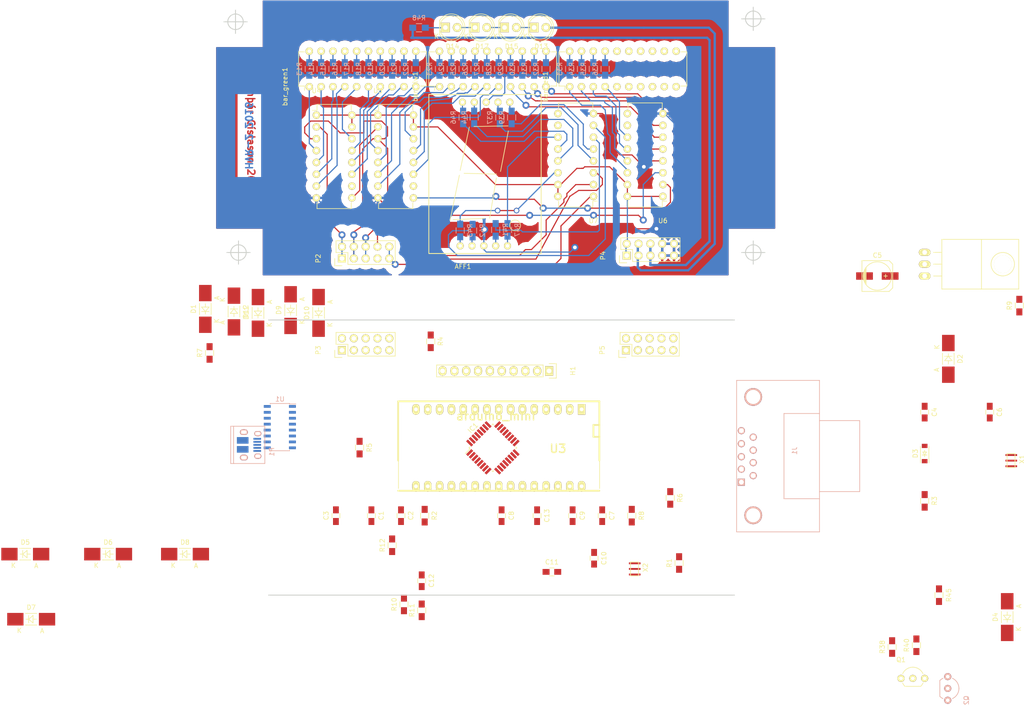
<source format=kicad_pcb>
(kicad_pcb (version 4) (host pcbnew "(2016-04-17 BZR 6697, Git 6120472)-product")
  (layers (0 F.Cu signal) (31 B.Cu signal) (34 B.Paste user) (35 F.Paste user) (36 B.SilkS user) (37 F.SilkS user) (38 B.Mask user) (39 F.Mask user) (44 Edge.Cuts user))
  (net 0 "")
  (net 1 /Vcc)
  (net 2 GNDREF)
  (net 3 "Net-(IC1-Pad8)")
  (net 4 "Net-(IC1-Pad7)")
  (net 5 /RST)
  (net 6 /U1_0)
  (net 7 /D11)
  (net 8 /neutral)
  (net 9 "Net-(AFF1-Pad9)")
  (net 10 /A0)
  (net 11 /U2_2)
  (net 12 /U2_1)
  (net 13 /oilP)
  (net 14 /U1_6)
  (net 15 /U1_4)
  (net 16 /U1_3)
  (net 17 /tx)
  (net 18 /rx)
  (net 19 "Net-(AFF1-Pad5)")
  (net 20 "Net-(AFF1-Pad10)")
  (net 21 /U3_6)
  (net 22 "Net-(AFF1-Pad7)")
  (net 23 /12Vraw)
  (net 24 /D10)
  (net 25 /gearDown)
  (net 26 "Net-(AFF1-Pad2)")
  (net 27 "Net-(D15-Pad1)")
  (net 28 "Net-(Q1-Pad1)")
  (net 29 /extShiftLight)
  (net 30 "Net-(Q2-Pad2)")
  (net 31 "Net-(Q1-Pad2)")
  (net 32 /D12)
  (net 33 /D2)
  (net 34 /rpm)
  (net 35 /D9)
  (net 36 /gearUp)
  (net 37 /U3_7)
  (net 38 /U2_4)
  (net 39 /U3_5)
  (net 40 /U3_3)
  (net 41 /U3_2)
  (net 42 /U3_1)
  (net 43 /U3_0)
  (net 44 /U2_7)
  (net 45 /U2_6)
  (net 46 /U2_5)
  (net 47 "Net-(AFF1-Pad1)")
  (net 48 "Net-(AFF1-Pad4)")
  (net 49 "Net-(AFF1-Pad6)")
  (net 50 /U3_4)
  (net 51 "Net-(C4-Pad1)")
  (net 52 "Net-(P1-Pad3)")
  (net 53 "Net-(P1-Pad2)")
  (net 54 /DTR)
  (net 55 /D3)
  (net 56 /D4)
  (net 57 /D5)
  (net 58 /D6)
  (net 59 /D7)
  (net 60 /D8)
  (net 61 /D13)
  (net 62 /A6)
  (net 63 /A7)
  (net 64 /A1)
  (net 65 /A2)
  (net 66 /A3)
  (net 67 /A4)
  (net 68 /A5)
  (net 69 /D0)
  (net 70 /D1)
  (net 71 "Net-(bar_red1-Pad5)")
  (net 72 "Net-(bar_red1-Pad6)")
  (net 73 "Net-(bar_red1-Pad7)")
  (net 74 "Net-(bar_red1-Pad8)")
  (net 75 "Net-(bar_red1-Pad9)")
  (net 76 "Net-(bar_red1-Pad10)")
  (net 77 "Net-(D10-Pad1)")
  (net 78 "Net-(R47-Pad2)")
  (net 79 /U2_3)
  (net 80 /U2_0)
  (net 81 /U1_7)
  (net 82 /U1_5)
  (net 83 /U1_2)
  (net 84 /U1_1)
  (net 85 "Net-(R46-Pad2)")
  (net 86 "Net-(R44-Pad2)")
  (net 87 "Net-(R43-Pad2)")
  (net 88 "Net-(R42-Pad2)")
  (net 89 "Net-(R41-Pad2)")
  (net 90 "Net-(R39-Pad2)")
  (net 91 "Net-(R37-Pad2)")
  (net 92 "Net-(D3-Pad2)")
  (net 93 "Net-(C6-Pad1)")
  (net 94 "Net-(U1-Pad9)")
  (net 95 "Net-(U1-Pad10)")
  (net 96 "Net-(D14-Pad2)")
  (net 97 "Net-(D14-Pad1)")
  (net 98 /12vraw)
  (net 99 "Net-(D13-Pad1)")
  (net 100 "Net-(P1-Pad4)")
  (net 101 "Net-(U4-Pad9)")
  (net 102 "Net-(U4-Pad10)")
  (net 103 "Net-(U5-Pad9)")
  (net 104 "Net-(U5-Pad10)")
  (net 105 "Net-(U6-Pad9)")
  (net 106 "Net-(U6-Pad10)")
  (net 107 "Net-(U7-Pad9)")
  (net 108 "Net-(U7-Pad10)")
  (net 109 "Net-(U1-Pad5)")
  (net 110 "Net-(U1-Pad6)")
  (net 111 "Net-(U1-Pad7)")
  (net 112 "Net-(U1-Pad8)")
  (net 113 "Net-(J1-Pad9)")
  (net 114 "Net-(R19-Pad1)")
  (net 115 "Net-(R21-Pad1)")
  (net 116 "Net-(R20-Pad1)")
  (net 117 "Net-(R22-Pad1)")
  (net 118 "Net-(R23-Pad1)")
  (net 119 "Net-(R24-Pad1)")
  (net 120 "Net-(R25-Pad1)")
  (net 121 "Net-(R26-Pad1)")
  (net 122 "Net-(R27-Pad1)")
  (net 123 "Net-(R18-Pad1)")
  (net 124 "Net-(R17-Pad1)")
  (net 125 "Net-(R13-Pad1)")
  (net 126 "Net-(R14-Pad1)")
  (net 127 "Net-(R15-Pad1)")
  (net 128 "Net-(R16-Pad1)")
  (net 129 "Net-(R34-Pad1)")
  (net 130 "Net-(R35-Pad1)")
  (net 131 "Net-(R36-Pad1)")
  (net 132 "Net-(R28-Pad1)")
  (net 133 "Net-(R29-Pad1)")
  (net 134 "Net-(R30-Pad1)")
  (net 135 "Net-(R31-Pad1)")
  (net 136 "Net-(R32-Pad1)")
  (net 137 "Net-(R33-Pad1)")
  (net 138 "Net-(bar_red1-Pad11)")
  (net 139 "Net-(bar_red1-Pad12)")
  (net 140 "Net-(bar_red1-Pad13)")
  (net 141 "Net-(bar_red1-Pad14)")
  (net 142 "Net-(bar_red1-Pad15)")
  (net 143 "Net-(bar_red1-Pad16)")
  (net 144 GND)
  (net 145 "Net-(U3-Pad18)")
  (net 146 /intShiftLight)
  (module Resistors_SMD:R_0805_HandSoldering (layer F.Cu) (at 100.33 155.575 90)
    (fp_text reference R10 (at 0 -2.1 90) (layer F.SilkS))
    (fp_text value 2k2)
    (pad 1 smd rect (at -1.35 0 90) (size 1.5 1.3) (layers F.Cu F.Paste F.Mask) (net 77 "Net-(D10-Pad1)"))
    (pad 2 smd rect (at 1.35 0 90) (size 1.5 1.3) (layers F.Cu F.Paste F.Mask) (net 55 /D3))
  )
  (module Resistors_SMD:R_0805_HandSoldering (layer F.Cu) (at 58.61 101.6 90)
    (fp_text reference R7 (at 0 -2.1 90) (layer F.SilkS))
    (fp_text value 2k2)
    (pad 1 smd rect (at -1.35 0 90) (size 1.5 1.3) (layers F.Cu F.Paste F.Mask) (net 7 /D11))
    (pad 2 smd rect (at 1.35 0 90) (size 1.5 1.3) (layers F.Cu F.Paste F.Mask) (net 8 /neutral))
  )
  (module Resistors_SMD:R_0805_HandSoldering (layer F.Cu) (at 97.79 142.875 90)
    (fp_text reference R12 (at 0 -2.1 90) (layer F.SilkS))
    (fp_text value 1k)
    (pad 1 smd rect (at -1.35 0 90) (size 1.5 1.3) (layers F.Cu F.Paste F.Mask) (net 17 /tx))
    (pad 2 smd rect (at 1.35 0 90) (size 1.5 1.3) (layers F.Cu F.Paste F.Mask) (net 70 /D1))
  )
  (module Resistors_SMD:R_0805_HandSoldering (layer F.Cu) (at 104.14 156.845 90)
    (fp_text reference R11 (at 0 -2.1 90) (layer F.SilkS))
    (fp_text value 10k)
    (pad 1 smd rect (at -1.35 0 90) (size 1.5 1.3) (layers F.Cu F.Paste F.Mask) (net 77 "Net-(D10-Pad1)"))
    (pad 2 smd rect (at 1.35 0 90) (size 1.5 1.3) (layers F.Cu F.Paste F.Mask) (net 2 GNDREF))
  )
  (module Resistors_SMD:R_0805_HandSoldering (layer F.Cu) (at 232.41 91.44 90)
    (fp_text reference R9 (at 0 -2.1 90) (layer F.SilkS))
    (fp_text value 1k)
    (pad 1 smd rect (at -1.35 0 90) (size 1.5 1.3) (layers F.Cu F.Paste F.Mask) (net 18 /rx))
    (pad 2 smd rect (at 1.35 0 90) (size 1.5 1.3) (layers F.Cu F.Paste F.Mask) (net 69 /D0))
  )
  (module Resistors_SMD:R_0805_HandSoldering (layer F.Cu) (at 149.225 136.525 270)
    (fp_text reference R8 (at 0 -2.1 270) (layer F.SilkS))
    (fp_text value 1kR)
    (pad 1 smd rect (at -1.35 0 270) (size 1.5 1.3) (layers F.Cu F.Paste F.Mask) (net 1 /Vcc))
    (pad 2 smd rect (at 1.35 0 270) (size 1.5 1.3) (layers F.Cu F.Paste F.Mask) (net 5 /RST))
  )
  (module Resistors_SMD:R_0805_HandSoldering (layer F.Cu) (at 104.775 136.525 270)
    (fp_text reference R2 (at 0 -2.1 270) (layer F.SilkS))
    (fp_text value 1k)
    (pad 1 smd rect (at -1.35 0 270) (size 1.5 1.3) (layers F.Cu F.Paste F.Mask) (net 13 /oilP))
    (pad 2 smd rect (at 1.35 0 270) (size 1.5 1.3) (layers F.Cu F.Paste F.Mask) (net 2 GNDREF))
  )
  (module Resistors_SMD:R_0805_HandSoldering (layer F.Cu) (at 159.385 146.685 90)
    (fp_text reference R1 (at 0 -2.1 90) (layer F.SilkS))
    (fp_text value 2k2)
    (pad 1 smd rect (at -1.35 0 90) (size 1.5 1.3) (layers F.Cu F.Paste F.Mask) (net 10 /A0))
    (pad 2 smd rect (at 1.35 0 90) (size 1.5 1.3) (layers F.Cu F.Paste F.Mask) (net 13 /oilP))
  )
  (module Resistors_SMD:R_0805_HandSoldering (layer F.Cu) (at 90.805 121.92 270)
    (fp_text reference R5 (at 0 -2.1 270) (layer F.SilkS))
    (fp_text value 2k2)
    (pad 1 smd rect (at -1.35 0 270) (size 1.5 1.3) (layers F.Cu F.Paste F.Mask) (net 24 /D10))
    (pad 2 smd rect (at 1.35 0 270) (size 1.5 1.3) (layers F.Cu F.Paste F.Mask) (net 25 /gearDown))
  )
  (module Resistors_SMD:R_0805_HandSoldering (layer F.Cu) (at 215.168 153.588 270)
    (fp_text reference R45 (at 0 -2.1 270) (layer F.SilkS))
    (fp_text value 2k7)
    (pad 1 smd rect (at -1.35 0 270) (size 1.5 1.3) (layers F.Cu F.Paste F.Mask) (net 30 "Net-(Q2-Pad2)"))
    (pad 2 smd rect (at 1.35 0 270) (size 1.5 1.3) (layers F.Cu F.Paste F.Mask) (net 32 /D12))
  )
  (module Resistors_SMD:R_0805_HandSoldering (layer F.Cu) (at 210.312 164.338 90)
    (fp_text reference R40 (at 0 -2.1 90) (layer F.SilkS))
    (fp_text value 10k)
    (pad 1 smd rect (at -1.35 0 90) (size 1.5 1.3) (layers F.Cu F.Paste F.Mask) (net 31 "Net-(Q1-Pad2)"))
    (pad 2 smd rect (at 1.35 0 90) (size 1.5 1.3) (layers F.Cu F.Paste F.Mask) (net 146 /intShiftLight))
  )
  (module Resistors_SMD:R_0805_HandSoldering (layer F.Cu) (at 157.48 132.715 270)
    (fp_text reference R6 (at 0 -2.1 270) (layer F.SilkS))
    (fp_text value 2k2)
    (pad 1 smd rect (at -1.35 0 270) (size 1.5 1.3) (layers F.Cu F.Paste F.Mask) (net 33 /D2))
    (pad 2 smd rect (at 1.35 0 270) (size 1.5 1.3) (layers F.Cu F.Paste F.Mask) (net 34 /rpm))
  )
  (module Resistors_SMD:R_0805_HandSoldering (layer F.Cu) (at 106.075 99.105 270)
    (fp_text reference R4 (at 0 -2.1 270) (layer F.SilkS))
    (fp_text value 2k2)
    (pad 1 smd rect (at -1.35 0 270) (size 1.5 1.3) (layers F.Cu F.Paste F.Mask) (net 35 /D9))
    (pad 2 smd rect (at 1.35 0 270) (size 1.5 1.3) (layers F.Cu F.Paste F.Mask) (net 36 /gearUp))
  )
  (module Resistors_SMD:R_0805_HandSoldering (layer F.Cu) (at 212.09 133.35 270)
    (fp_text reference R3 (at 0 -2.1 270) (layer F.SilkS))
    (fp_text value 1)
    (pad 1 smd rect (at -1.35 0 270) (size 1.5 1.3) (layers F.Cu F.Paste F.Mask) (net 92 "Net-(D3-Pad2)"))
    (pad 2 smd rect (at 1.35 0 270) (size 1.5 1.3) (layers F.Cu F.Paste F.Mask) (net 23 /12Vraw))
  )
  (module Housings_QFP:TQFP-32_7x7mm_Pitch0.8mm (layer F.Cu) (at 119.41 121.965 45)
    (fp_text reference IC1 (at 0 -6.05 45) (layer F.SilkS))
    (fp_text value ATMEGA328-P)
    (pad 1 smd rect (at -4.25 -2.8 45) (size 1.6 0.55) (layers F.Cu F.Paste F.Mask) (net 55 /D3))
    (pad 2 smd rect (at -4.25 -2 45) (size 1.6 0.55) (layers F.Cu F.Paste F.Mask) (net 56 /D4))
    (pad 3 smd rect (at -4.25 -1.2 45) (size 1.6 0.55) (layers F.Cu F.Paste F.Mask) (net 2 GNDREF))
    (pad 4 smd rect (at -4.25 -0.4 45) (size 1.6 0.55) (layers F.Cu F.Paste F.Mask) (net 1 /Vcc))
    (pad 5 smd rect (at -4.25 0.4 45) (size 1.6 0.55) (layers F.Cu F.Paste F.Mask) (net 2 GNDREF))
    (pad 6 smd rect (at -4.25 1.2 45) (size 1.6 0.55) (layers F.Cu F.Paste F.Mask) (net 1 /Vcc))
    (pad 7 smd rect (at -4.25 2 45) (size 1.6 0.55) (layers F.Cu F.Paste F.Mask) (net 4 "Net-(IC1-Pad7)"))
    (pad 8 smd rect (at -4.25 2.8 45) (size 1.6 0.55) (layers F.Cu F.Paste F.Mask) (net 3 "Net-(IC1-Pad8)"))
    (pad 9 smd rect (at -2.8 4.25 135) (size 1.6 0.55) (layers F.Cu F.Paste F.Mask) (net 57 /D5))
    (pad 10 smd rect (at -2 4.25 135) (size 1.6 0.55) (layers F.Cu F.Paste F.Mask) (net 58 /D6))
    (pad 11 smd rect (at -1.2 4.25 135) (size 1.6 0.55) (layers F.Cu F.Paste F.Mask) (net 59 /D7))
    (pad 12 smd rect (at -0.4 4.25 135) (size 1.6 0.55) (layers F.Cu F.Paste F.Mask) (net 60 /D8))
    (pad 13 smd rect (at 0.4 4.25 135) (size 1.6 0.55) (layers F.Cu F.Paste F.Mask) (net 35 /D9))
    (pad 14 smd rect (at 1.2 4.25 135) (size 1.6 0.55) (layers F.Cu F.Paste F.Mask) (net 24 /D10))
    (pad 15 smd rect (at 2 4.25 135) (size 1.6 0.55) (layers F.Cu F.Paste F.Mask) (net 7 /D11))
    (pad 16 smd rect (at 2.8 4.25 135) (size 1.6 0.55) (layers F.Cu F.Paste F.Mask) (net 32 /D12))
    (pad 17 smd rect (at 4.25 2.8 45) (size 1.6 0.55) (layers F.Cu F.Paste F.Mask) (net 61 /D13))
    (pad 18 smd rect (at 4.25 2 45) (size 1.6 0.55) (layers F.Cu F.Paste F.Mask) (net 1 /Vcc))
    (pad 19 smd rect (at 4.25 1.2 45) (size 1.6 0.55) (layers F.Cu F.Paste F.Mask) (net 62 /A6))
    (pad 20 smd rect (at 4.25 0.4 45) (size 1.6 0.55) (layers F.Cu F.Paste F.Mask) (net 1 /Vcc))
    (pad 21 smd rect (at 4.25 -0.4 45) (size 1.6 0.55) (layers F.Cu F.Paste F.Mask) (net 2 GNDREF))
    (pad 22 smd rect (at 4.25 -1.2 45) (size 1.6 0.55) (layers F.Cu F.Paste F.Mask) (net 63 /A7))
    (pad 23 smd rect (at 4.25 -2 45) (size 1.6 0.55) (layers F.Cu F.Paste F.Mask) (net 10 /A0))
    (pad 24 smd rect (at 4.25 -2.8 45) (size 1.6 0.55) (layers F.Cu F.Paste F.Mask) (net 64 /A1))
    (pad 25 smd rect (at 2.8 -4.25 135) (size 1.6 0.55) (layers F.Cu F.Paste F.Mask) (net 65 /A2))
    (pad 26 smd rect (at 2 -4.25 135) (size 1.6 0.55) (layers F.Cu F.Paste F.Mask) (net 66 /A3))
    (pad 27 smd rect (at 1.2 -4.25 135) (size 1.6 0.55) (layers F.Cu F.Paste F.Mask) (net 67 /A4))
    (pad 28 smd rect (at 0.4 -4.25 135) (size 1.6 0.55) (layers F.Cu F.Paste F.Mask) (net 68 /A5))
    (pad 29 smd rect (at -0.4 -4.25 135) (size 1.6 0.55) (layers F.Cu F.Paste F.Mask) (net 5 /RST))
    (pad 30 smd rect (at -1.2 -4.25 135) (size 1.6 0.55) (layers F.Cu F.Paste F.Mask) (net 69 /D0))
    (pad 31 smd rect (at -2 -4.25 135) (size 1.6 0.55) (layers F.Cu F.Paste F.Mask) (net 70 /D1))
    (pad 32 smd rect (at -2.8 -4.25 135) (size 1.6 0.55) (layers F.Cu F.Paste F.Mask) (net 33 /D2))
  )
  (module Diodes_SMD:MELF_Handsoldering (layer F.Cu) (at 20.32 158.75)
    (fp_text reference D7 (at 0 -2.54) (layer F.SilkS))
    (fp_text value 5.1V)
    (fp_text user K (at -2.55 2.45) (layer F.SilkS))
    (fp_text user A (at 2.35 2.5) (layer F.SilkS))
    (pad 1 smd rect (at -3.40106 0) (size 3.50012 2.70002) (layers F.Cu F.Paste F.Mask) (net 33 /D2))
    (pad 2 smd rect (at 3.40106 0) (size 3.50012 2.70002) (layers F.Cu F.Paste F.Mask) (net 2 GNDREF))
  )
  (module Diodes_SMD:MELF_Handsoldering (layer F.Cu) (at 217.17 102.87 270)
    (fp_text reference D2 (at 0 -2.54 270) (layer F.SilkS))
    (fp_text value 5.1V)
    (fp_text user K (at -2.55 2.45 270) (layer F.SilkS))
    (fp_text user A (at 2.35 2.5 270) (layer F.SilkS))
    (pad 1 smd rect (at -3.40106 0 270) (size 3.50012 2.70002) (layers F.Cu F.Paste F.Mask) (net 10 /A0))
    (pad 2 smd rect (at 3.40106 0 270) (size 3.50012 2.70002) (layers F.Cu F.Paste F.Mask) (net 2 GNDREF))
  )
  (module Diodes_SMD:MELF_Handsoldering (layer F.Cu) (at 19.05 144.78)
    (fp_text reference D5 (at 0 -2.54) (layer F.SilkS))
    (fp_text value 5.1V)
    (fp_text user K (at -2.55 2.45) (layer F.SilkS))
    (fp_text user A (at 2.35 2.5) (layer F.SilkS))
    (pad 1 smd rect (at -3.40106 0) (size 3.50012 2.70002) (layers F.Cu F.Paste F.Mask) (net 35 /D9))
    (pad 2 smd rect (at 3.40106 0) (size 3.50012 2.70002) (layers F.Cu F.Paste F.Mask) (net 2 GNDREF))
  )
  (module Diodes_SMD:MELF_Handsoldering (layer F.Cu) (at 229.806 158.2928 90)
    (fp_text reference D4 (at 0 -2.54 90) (layer F.SilkS))
    (fp_text value 22V)
    (fp_text user K (at -2.55 2.45 90) (layer F.SilkS))
    (fp_text user A (at 2.35 2.5 90) (layer F.SilkS))
    (pad 1 smd rect (at -3.40106 0 90) (size 3.50012 2.70002) (layers F.Cu F.Paste F.Mask) (net 51 "Net-(C4-Pad1)"))
    (pad 2 smd rect (at 3.40106 0 90) (size 3.50012 2.70002) (layers F.Cu F.Paste F.Mask) (net 2 GNDREF))
  )
  (module Diodes_SMD:MELF_Handsoldering (layer F.Cu) (at 36.83 144.78)
    (fp_text reference D6 (at 0 -2.54) (layer F.SilkS))
    (fp_text value 5.1V)
    (fp_text user K (at -2.55 2.45) (layer F.SilkS))
    (fp_text user A (at 2.35 2.5) (layer F.SilkS))
    (pad 1 smd rect (at -3.40106 0) (size 3.50012 2.70002) (layers F.Cu F.Paste F.Mask) (net 24 /D10))
    (pad 2 smd rect (at 3.40106 0) (size 3.50012 2.70002) (layers F.Cu F.Paste F.Mask) (net 2 GNDREF))
  )
  (module Diodes_SMD:MELF_Handsoldering (layer F.Cu) (at 53.34 144.78)
    (fp_text reference D8 (at 0 -2.54) (layer F.SilkS))
    (fp_text value 5.1V)
    (fp_text user K (at -2.55 2.45) (layer F.SilkS))
    (fp_text user A (at 2.35 2.5) (layer F.SilkS))
    (pad 1 smd rect (at -3.40106 0) (size 3.50012 2.70002) (layers F.Cu F.Paste F.Mask) (net 7 /D11))
    (pad 2 smd rect (at 3.40106 0) (size 3.50012 2.70002) (layers F.Cu F.Paste F.Mask) (net 2 GNDREF))
  )
  (module Capacitors_SMD:C_0805_HandSoldering (layer F.Cu) (at 136.525 136.525 270)
    (fp_text reference C9 (at 0 -2.1 270) (layer F.SilkS))
    (fp_text value 100n)
    (pad 1 smd rect (at -1.25 0 270) (size 1.5 1.25) (layers F.Cu F.Paste F.Mask) (net 1 /Vcc))
    (pad 2 smd rect (at 1.25 0 270) (size 1.5 1.25) (layers F.Cu F.Paste F.Mask) (net 2 GNDREF))
  )
  (module Capacitors_SMD:C_0805_HandSoldering (layer F.Cu) (at 212.09 114.3 270)
    (fp_text reference C4 (at 0 -2.1 270) (layer F.SilkS))
    (fp_text value 470n)
    (pad 1 smd rect (at -1.25 0 270) (size 1.5 1.25) (layers F.Cu F.Paste F.Mask) (net 51 "Net-(C4-Pad1)"))
    (pad 2 smd rect (at 1.25 0 270) (size 1.5 1.25) (layers F.Cu F.Paste F.Mask) (net 2 GNDREF))
  )
  (module Capacitors_SMD:C_0805_HandSoldering (layer F.Cu) (at 226.06 114.3 270)
    (fp_text reference C6 (at 0 -2.1 270) (layer F.SilkS))
    (fp_text value C)
    (pad 1 smd rect (at -1.25 0 270) (size 1.5 1.25) (layers F.Cu F.Paste F.Mask) (net 93 "Net-(C6-Pad1)"))
    (pad 2 smd rect (at 1.25 0 270) (size 1.5 1.25) (layers F.Cu F.Paste F.Mask) (net 2 GNDREF))
  )
  (module Capacitors_SMD:C_0805_HandSoldering (layer F.Cu) (at 142.875 136.525 270)
    (fp_text reference C7 (at 0 -2.1 270) (layer F.SilkS))
    (fp_text value 100n)
    (pad 1 smd rect (at -1.25 0 270) (size 1.5 1.25) (layers F.Cu F.Paste F.Mask) (net 1 /Vcc))
    (pad 2 smd rect (at 1.25 0 270) (size 1.5 1.25) (layers F.Cu F.Paste F.Mask) (net 2 GNDREF))
  )
  (module Capacitors_SMD:C_0805_HandSoldering (layer F.Cu) (at 141.14 145.665 270)
    (fp_text reference C10 (at 0 -2.1 270) (layer F.SilkS))
    (fp_text value 100n)
    (pad 1 smd rect (at -1.25 0 270) (size 1.5 1.25) (layers F.Cu F.Paste F.Mask) (net 5 /RST))
    (pad 2 smd rect (at 1.25 0 270) (size 1.5 1.25) (layers F.Cu F.Paste F.Mask) (net 54 /DTR))
  )
  (module Capacitors_SMD:C_0805_HandSoldering (layer F.Cu) (at 132.08 148.59)
    (fp_text reference C11 (at 0 -2.1) (layer F.SilkS))
    (fp_text value 100n)
    (pad 1 smd rect (at -1.25 0) (size 1.5 1.25) (layers F.Cu F.Paste F.Mask) (net 1 /Vcc))
    (pad 2 smd rect (at 1.25 0) (size 1.5 1.25) (layers F.Cu F.Paste F.Mask) (net 2 GNDREF))
  )
  (module Capacitors_SMD:C_0805_HandSoldering (layer F.Cu) (at 104.14 150.495 270)
    (fp_text reference C12 (at 0 -2.1 270) (layer F.SilkS))
    (fp_text value 100n)
    (pad 1 smd rect (at -1.25 0 270) (size 1.5 1.25) (layers F.Cu F.Paste F.Mask) (net 1 /Vcc))
    (pad 2 smd rect (at 1.25 0 270) (size 1.5 1.25) (layers F.Cu F.Paste F.Mask) (net 2 GNDREF))
  )
  (module Capacitors_SMD:C_0805_HandSoldering (layer F.Cu) (at 128.905 136.525 270)
    (fp_text reference C13 (at 0 -2.1 270) (layer F.SilkS))
    (fp_text value 100n)
    (pad 1 smd rect (at -1.25 0 270) (size 1.5 1.25) (layers F.Cu F.Paste F.Mask) (net 1 /Vcc))
    (pad 2 smd rect (at 1.25 0 270) (size 1.5 1.25) (layers F.Cu F.Paste F.Mask) (net 2 GNDREF))
  )
  (module Capacitors_SMD:C_0805_HandSoldering (layer F.Cu) (at 93.345 136.525 270)
    (fp_text reference C1 (at 0 -2.1 270) (layer F.SilkS))
    (fp_text value 100n)
    (pad 1 smd rect (at -1.25 0 270) (size 1.5 1.25) (layers F.Cu F.Paste F.Mask) (net 1 /Vcc))
    (pad 2 smd rect (at 1.25 0 270) (size 1.5 1.25) (layers F.Cu F.Paste F.Mask) (net 2 GNDREF))
  )
  (module Capacitors_SMD:C_0805_HandSoldering (layer F.Cu) (at 121.285 136.525 270)
    (fp_text reference C8 (at 0 -2.1 270) (layer F.SilkS))
    (fp_text value 100n)
    (pad 1 smd rect (at -1.25 0 270) (size 1.5 1.25) (layers F.Cu F.Paste F.Mask) (net 1 /Vcc))
    (pad 2 smd rect (at 1.25 0 270) (size 1.5 1.25) (layers F.Cu F.Paste F.Mask) (net 2 GNDREF))
  )
  (module Resistors_SMD:R_0805_HandSoldering (layer F.Cu) (at 205.105 164.719 90)
    (fp_text reference R38 (at 0 -2.1 90) (layer F.SilkS))
    (fp_text value 1R)
    (pad 1 smd rect (at -1.35 0 90) (size 1.5 1.3) (layers F.Cu F.Paste F.Mask) (net 28 "Net-(Q1-Pad1)"))
    (pad 2 smd rect (at 1.35 0 90) (size 1.5 1.3) (layers F.Cu F.Paste F.Mask) (net 29 /extShiftLight))
  )
  (module Capacitors_SMD:C_0805_HandSoldering (layer F.Cu) (at 99.695 136.525 270)
    (fp_text reference C2 (at 0 -2.1 270) (layer F.SilkS))
    (fp_text value C)
    (pad 1 smd rect (at -1.25 0 270) (size 1.5 1.25) (layers F.Cu F.Paste F.Mask) (net 13 /oilP))
    (pad 2 smd rect (at 1.25 0 270) (size 1.5 1.25) (layers F.Cu F.Paste F.Mask) (net 2 GNDREF))
  )
  (module Capacitors_SMD:C_0805_HandSoldering (layer F.Cu) (at 85.725 136.525 90)
    (fp_text reference C3 (at 0 -2.1 90) (layer F.SilkS))
    (fp_text value C)
    (pad 1 smd rect (at -1.25 0 90) (size 1.5 1.25) (layers F.Cu F.Paste F.Mask) (net 10 /A0))
    (pad 2 smd rect (at 1.25 0 90) (size 1.5 1.25) (layers F.Cu F.Paste F.Mask) (net 2 GNDREF))
  )
  (module Pin_Headers:Pin_Header_Straight_1x10 (layer F.Cu) (at 131.475 105.455 270)
    (fp_text reference H1 (at 0 -5.1 270) (layer F.SilkS))
    (fp_text value pin_header_10)
    (pad 1 thru_hole rect (at 0 0 270) (size 2.032 1.7272) (drill 1.016) (layers *.Cu *.Mask F.SilkS) (net 1 /Vcc))
    (pad 2 thru_hole oval (at 0 2.54 270) (size 2.032 1.7272) (drill 1.016) (layers *.Cu *.Mask F.SilkS) (net 64 /A1))
    (pad 3 thru_hole oval (at 0 5.08 270) (size 2.032 1.7272) (drill 1.016) (layers *.Cu *.Mask F.SilkS) (net 65 /A2))
    (pad 4 thru_hole oval (at 0 7.62 270) (size 2.032 1.7272) (drill 1.016) (layers *.Cu *.Mask F.SilkS) (net 66 /A3))
    (pad 5 thru_hole oval (at 0 10.16 270) (size 2.032 1.7272) (drill 1.016) (layers *.Cu *.Mask F.SilkS) (net 67 /A4))
    (pad 6 thru_hole oval (at 0 12.7 270) (size 2.032 1.7272) (drill 1.016) (layers *.Cu *.Mask F.SilkS) (net 68 /A5))
    (pad 7 thru_hole oval (at 0 15.24 270) (size 2.032 1.7272) (drill 1.016) (layers *.Cu *.Mask F.SilkS) (net 62 /A6))
    (pad 8 thru_hole oval (at 0 17.78 270) (size 2.032 1.7272) (drill 1.016) (layers *.Cu *.Mask F.SilkS) (net 63 /A7))
    (pad 9 thru_hole oval (at 0 20.32 270) (size 2.032 1.7272) (drill 1.016) (layers *.Cu *.Mask F.SilkS) (net 32 /D12))
    (pad 10 thru_hole oval (at 0 22.86 270) (size 2.032 1.7272) (drill 1.016) (layers *.Cu *.Mask F.SilkS) (net 2 GNDREF))
  )
  (module Diodes_SMD:SOD-123 (layer F.Cu) (at 212.09 123.19 90)
    (fp_text reference D3 (at 0 -2 90) (layer F.SilkS))
    (fp_text value D_Schottky_Small)
    (pad 1 smd rect (at -1.635 0 90) (size 0.91 1.22) (layers F.Cu F.Paste F.Mask) (net 51 "Net-(C4-Pad1)"))
    (pad 2 smd rect (at 1.635 0 90) (size 0.91 1.22) (layers F.Cu F.Paste F.Mask) (net 92 "Net-(D3-Pad2)"))
  )
  (module Connect:USB_Micro-B_10103594-0001LF (layer B.Cu) (at 67.34 121.33 90)
    (fp_text reference P1 (at -1.5 4.625 90) (layer B.SilkS) (effects (justify mirror)))
    (fp_text value USB_OTG)
    (pad 1 smd rect (at -1.3 1.5) (size 1.65 0.4) (layers B.Cu B.Paste B.Mask) (net 1 /Vcc))
    (pad 2 smd rect (at -0.65 1.5) (size 1.65 0.4) (layers B.Cu B.Paste B.Mask) (net 53 "Net-(P1-Pad2)"))
    (pad 3 smd rect (at -0.0009 1.5) (size 1.65 0.4) (layers B.Cu B.Paste B.Mask) (net 52 "Net-(P1-Pad3)"))
    (pad 4 smd rect (at 0.65 1.5) (size 1.65 0.4) (layers B.Cu B.Paste B.Mask) (net 100 "Net-(P1-Pad4)"))
    (pad 5 smd rect (at 1.3 1.5) (size 1.65 0.4) (layers B.Cu B.Paste B.Mask) (net 2 GNDREF))
    (pad 6 thru_hole oval (at -2.425 1.625) (size 1.5 1.1) (drill oval 1.05 0.65) (layers *.Cu *.Mask B.SilkS) (net 2 GNDREF))
    (pad 6 thru_hole oval (at 2.425 1.625) (size 1.5 1.1) (drill oval 1.05 0.65) (layers *.Cu *.Mask B.SilkS) (net 2 GNDREF))
    (pad 6 thru_hole oval (at -2.725 -1.375) (size 1.7 1.2) (drill oval 1.2 0.7) (layers *.Cu *.Mask B.SilkS) (net 2 GNDREF))
    (pad 6 thru_hole oval (at 2.725 -1.375) (size 1.7 1.2) (drill oval 1.2 0.7) (layers *.Cu *.Mask B.SilkS) (net 2 GNDREF))
    (pad 6 smd rect (at -0.9625 -1.625) (size 2.5 1.425) (layers B.Cu B.Paste B.Mask) (net 2 GNDREF))
    (pad 6 smd rect (at 0.9625 -1.625) (size 2.5 1.425) (layers B.Cu B.Paste B.Mask) (net 2 GNDREF))
  )
  (module addlol:cer_res (layer F.Cu) (at 149.86 147.955 90)
    (fp_text reference X2 (at 0.3 2.3 90) (layer F.SilkS))
    (fp_text value CRYSTAL_SMD)
    (pad 3 smd rect (at 1.2 0 90) (size 0.4 2.5) (layers F.Cu F.Paste F.Mask) (net 2 GNDREF))
    (pad 2 smd rect (at 0 0 90) (size 0.4 2.5) (layers F.Cu F.Paste F.Mask) (net 4 "Net-(IC1-Pad7)"))
    (pad 1 smd rect (at -1.2 0 90) (size 0.4 2.5) (layers F.Cu F.Paste F.Mask) (net 3 "Net-(IC1-Pad8)"))
  )
  (module addlol:cer_res (layer F.Cu) (at 230.6828 124.714 90)
    (fp_text reference X1 (at 0.3 2.3 90) (layer F.SilkS))
    (fp_text value CRYSTAL_SMD)
    (pad 3 smd rect (at 1.2 0 90) (size 0.4 2.5) (layers F.Cu F.Paste F.Mask) (net 2 GNDREF))
    (pad 2 smd rect (at 0 0 90) (size 0.4 2.5) (layers F.Cu F.Paste F.Mask) (net 95 "Net-(U1-Pad10)"))
    (pad 1 smd rect (at -1.2 0 90) (size 0.4 2.5) (layers F.Cu F.Paste F.Mask) (net 94 "Net-(U1-Pad9)"))
  )
  (module Housings_SOIC:SOIC-16_3.9x9.9mm_Pitch1.27mm (layer B.Cu) (at 73.69 117.52 180)
    (fp_text reference U1 (at 0 6 180) (layer B.SilkS) (effects (justify mirror)))
    (fp_text value CH340G)
    (pad 1 smd rect (at -2.7 4.445 180) (size 1.5 0.6) (layers B.Cu B.Paste B.Mask) (net 1 /Vcc))
    (pad 2 smd rect (at -2.7 3.175 180) (size 1.5 0.6) (layers B.Cu B.Paste B.Mask) (net 18 /rx))
    (pad 3 smd rect (at -2.7 1.905 180) (size 1.5 0.6) (layers B.Cu B.Paste B.Mask) (net 17 /tx))
    (pad 4 smd rect (at -2.7 0.635 180) (size 1.5 0.6) (layers B.Cu B.Paste B.Mask) (net 54 /DTR))
    (pad 5 smd rect (at -2.7 -0.635 180) (size 1.5 0.6) (layers B.Cu B.Paste B.Mask) (net 109 "Net-(U1-Pad5)"))
    (pad 6 smd rect (at -2.7 -1.905 180) (size 1.5 0.6) (layers B.Cu B.Paste B.Mask) (net 110 "Net-(U1-Pad6)"))
    (pad 7 smd rect (at -2.7 -3.175 180) (size 1.5 0.6) (layers B.Cu B.Paste B.Mask) (net 111 "Net-(U1-Pad7)"))
    (pad 8 smd rect (at -2.7 -4.445 180) (size 1.5 0.6) (layers B.Cu B.Paste B.Mask) (net 112 "Net-(U1-Pad8)"))
    (pad 9 smd rect (at 2.7 -4.445 180) (size 1.5 0.6) (layers B.Cu B.Paste B.Mask) (net 94 "Net-(U1-Pad9)"))
    (pad 10 smd rect (at 2.7 -3.175 180) (size 1.5 0.6) (layers B.Cu B.Paste B.Mask) (net 95 "Net-(U1-Pad10)"))
    (pad 11 smd rect (at 2.7 -1.905 180) (size 1.5 0.6) (layers B.Cu B.Paste B.Mask) (net 53 "Net-(P1-Pad2)"))
    (pad 12 smd rect (at 2.7 -0.635 180) (size 1.5 0.6) (layers B.Cu B.Paste B.Mask) (net 52 "Net-(P1-Pad3)"))
    (pad 13 smd rect (at 2.7 0.635 180) (size 1.5 0.6) (layers B.Cu B.Paste B.Mask) (net 93 "Net-(C6-Pad1)"))
    (pad 14 smd rect (at 2.7 1.905 180) (size 1.5 0.6) (layers B.Cu B.Paste B.Mask) (net 17 /tx))
    (pad 15 smd rect (at 2.7 3.175 180) (size 1.5 0.6) (layers B.Cu B.Paste B.Mask) (net 18 /rx))
    (pad 16 smd rect (at 2.7 4.445 180) (size 1.5 0.6) (layers B.Cu B.Paste B.Mask) (net 2 GNDREF))
  )
  (module Connect:DB9FC (layer B.Cu) (at 174.02 123.87 90)
    (fp_text reference J1 (at 1.27 10.16 90) (layer B.SilkS) (effects (justify mirror)))
    (fp_text value DB9)
    (pad "" thru_hole circle (at 12.827 1.27 90) (size 3.81 3.81) (drill 3.048) (layers *.Cu *.Mask B.SilkS))
    (pad "" thru_hole circle (at -12.573 1.27 90) (size 3.81 3.81) (drill 3.048) (layers *.Cu *.Mask B.SilkS))
    (pad 1 thru_hole rect (at -5.461 -1.27 90) (size 1.524 1.524) (drill 1.016) (layers *.Cu *.Mask B.SilkS) (net 34 /rpm))
    (pad 2 thru_hole circle (at -2.667 -1.27 90) (size 1.524 1.524) (drill 1.016) (layers *.Cu *.Mask B.SilkS) (net 36 /gearUp))
    (pad 3 thru_hole circle (at 0 -1.27 90) (size 1.524 1.524) (drill 1.016) (layers *.Cu *.Mask B.SilkS) (net 25 /gearDown))
    (pad 4 thru_hole circle (at 2.794 -1.27 90) (size 1.524 1.524) (drill 1.016) (layers *.Cu *.Mask B.SilkS) (net 8 /neutral))
    (pad 5 thru_hole circle (at 5.588 -1.27 90) (size 1.524 1.524) (drill 1.016) (layers *.Cu *.Mask B.SilkS) (net 2 GNDREF))
    (pad 6 thru_hole circle (at -4.064 1.27 90) (size 1.524 1.524) (drill 1.016) (layers *.Cu *.Mask B.SilkS) (net 23 /12Vraw))
    (pad 7 thru_hole circle (at -1.27 1.27 90) (size 1.524 1.524) (drill 1.016) (layers *.Cu *.Mask B.SilkS) (net 13 /oilP))
    (pad 8 thru_hole circle (at 1.397 1.27 90) (size 1.524 1.524) (drill 1.016) (layers *.Cu *.Mask B.SilkS) (net 29 /extShiftLight))
    (pad 9 thru_hole circle (at 4.191 1.27 90) (size 1.524 1.524) (drill 1.016) (layers *.Cu *.Mask B.SilkS) (net 113 "Net-(J1-Pad9)"))
  )
  (module addlol:arduino_nano (layer F.Cu) (at 119.41 121.33 180)
    (fp_text reference U3 (at -13.97 -0.81 180) (layer F.SilkS) (effects (font (size 1.778 1.778) (thickness 0.3048))))
    (fp_text value arduino_mini (at -0.635 6.175 180) (layer F.SilkS) (effects (font (size 1.778 1.778) (thickness 0.3048))))
    (pad 1 thru_hole rect (at -19.05 7.62 180) (size 1.5748 2.286) (drill 0.8128) (layers *.Cu *.Mask F.SilkS) (net 61 /D13))
    (pad 2 thru_hole oval (at -16.51 7.62 180) (size 1.5748 2.286) (drill 0.8128) (layers *.Cu *.Mask F.SilkS) (net 1 /Vcc))
    (pad 3 thru_hole oval (at -13.97 7.62 180) (size 1.5748 2.286) (drill 0.8128) (layers *.Cu *.Mask F.SilkS) (net 1 /Vcc))
    (pad 4 thru_hole oval (at -11.43 7.62 180) (size 1.5748 2.286) (drill 0.8128) (layers *.Cu *.Mask F.SilkS) (net 10 /A0))
    (pad 5 thru_hole oval (at -8.89 7.62 180) (size 1.5748 2.286) (drill 0.8128) (layers *.Cu *.Mask F.SilkS) (net 64 /A1))
    (pad 6 thru_hole oval (at -6.35 7.62 180) (size 1.5748 2.286) (drill 0.8128) (layers *.Cu *.Mask F.SilkS) (net 65 /A2))
    (pad 7 thru_hole oval (at -3.81 7.62 180) (size 1.5748 2.286) (drill 0.8128) (layers *.Cu *.Mask F.SilkS) (net 66 /A3))
    (pad 8 thru_hole oval (at -1.27 7.62 180) (size 1.5748 2.286) (drill 0.8128) (layers *.Cu *.Mask F.SilkS) (net 67 /A4))
    (pad 9 thru_hole oval (at 1.27 7.62 180) (size 1.5748 2.286) (drill 0.8128) (layers *.Cu *.Mask F.SilkS) (net 68 /A5))
    (pad 10 thru_hole oval (at 3.81 7.62 180) (size 1.5748 2.286) (drill 0.8128) (layers *.Cu *.Mask F.SilkS) (net 62 /A6))
    (pad 11 thru_hole oval (at 6.35 7.62 180) (size 1.5748 2.286) (drill 0.8128) (layers *.Cu *.Mask F.SilkS) (net 63 /A7))
    (pad 12 thru_hole oval (at 8.89 7.62 180) (size 1.5748 2.286) (drill 0.8128) (layers *.Cu *.Mask F.SilkS) (net 1 /Vcc))
    (pad 13 thru_hole oval (at 11.43 7.62 180) (size 1.5748 2.286) (drill 0.8128) (layers *.Cu *.Mask F.SilkS) (net 5 /RST))
    (pad 14 thru_hole oval (at 13.97 7.62 180) (size 1.5748 2.286) (drill 0.8128) (layers *.Cu *.Mask F.SilkS) (net 2 GNDREF))
    (pad 15 thru_hole oval (at 16.51 7.62 180) (size 1.5748 2.286) (drill 0.8128) (layers *.Cu *.Mask F.SilkS) (net 1 /Vcc))
    (pad 16 thru_hole oval (at 16.51 -8.89 180) (size 1.5748 2.286) (drill 0.8128) (layers *.Cu *.Mask F.SilkS) (net 69 /D0))
    (pad 17 thru_hole oval (at 13.97 -8.89 180) (size 1.5748 2.286) (drill 0.8128) (layers *.Cu *.Mask F.SilkS) (net 70 /D1))
    (pad 18 thru_hole oval (at 11.43 -8.89 180) (size 1.5748 2.286) (drill 0.8128) (layers *.Cu *.Mask F.SilkS) (net 145 "Net-(U3-Pad18)"))
    (pad 19 thru_hole oval (at 8.89 -8.89 180) (size 1.5748 2.286) (drill 0.8128) (layers *.Cu *.Mask F.SilkS) (net 144 GND))
    (pad 20 thru_hole oval (at 6.35 -8.89 180) (size 1.5748 2.286) (drill 0.8128) (layers *.Cu *.Mask F.SilkS) (net 33 /D2))
    (pad 21 thru_hole oval (at 3.81 -8.89 180) (size 1.5748 2.286) (drill 0.8128) (layers *.Cu *.Mask F.SilkS) (net 55 /D3))
    (pad 22 thru_hole oval (at 1.27 -8.89 180) (size 1.5748 2.286) (drill 0.8128) (layers *.Cu *.Mask F.SilkS) (net 56 /D4))
    (pad 23 thru_hole oval (at -1.27 -8.89 180) (size 1.5748 2.286) (drill 0.8128) (layers *.Cu *.Mask F.SilkS) (net 57 /D5))
    (pad 24 thru_hole oval (at -3.81 -8.89 180) (size 1.5748 2.286) (drill 0.8128) (layers *.Cu *.Mask F.SilkS) (net 58 /D6))
    (pad 25 thru_hole oval (at -6.35 -8.89 180) (size 1.5748 2.286) (drill 0.8128) (layers *.Cu *.Mask F.SilkS) (net 59 /D7))
    (pad 26 thru_hole oval (at -8.89 -8.89 180) (size 1.5748 2.286) (drill 0.8128) (layers *.Cu *.Mask F.SilkS) (net 60 /D8))
    (pad 27 thru_hole oval (at -11.43 -8.89 180) (size 1.5748 2.286) (drill 0.8128) (layers *.Cu *.Mask F.SilkS) (net 35 /D9))
    (pad 28 thru_hole oval (at -13.97 -8.89 180) (size 1.5748 2.286) (drill 0.8128) (layers *.Cu *.Mask F.SilkS) (net 24 /D10))
    (pad 29 thru_hole oval (at -16.51 -8.89 180) (size 1.5748 2.286) (drill 0.8128) (layers *.Cu *.Mask F.SilkS) (net 7 /D11))
    (pad 30 thru_hole oval (at -19.05 -8.89 180) (size 1.5748 2.286) (drill 0.8128) (layers *.Cu *.Mask F.SilkS) (net 32 /D12))
  )
  (module Pin_Headers:Pin_Header_Straight_2x05 (layer F.Cu) (at 147.985 101.01 90)
    (fp_text reference P5 (at 0 -5.1 90) (layer F.SilkS))
    (fp_text value CONN_02X05)
    (pad 1 thru_hole rect (at 0 0 90) (size 1.7272 1.7272) (drill 1.016) (layers *.Cu *.Mask F.SilkS) (net 1 /Vcc))
    (pad 2 thru_hole oval (at 2.54 0 90) (size 1.7272 1.7272) (drill 1.016) (layers *.Cu *.Mask F.SilkS) (net 1 /Vcc))
    (pad 3 thru_hole oval (at 0 2.54 90) (size 1.7272 1.7272) (drill 1.016) (layers *.Cu *.Mask F.SilkS) (net 98 /12vraw))
    (pad 4 thru_hole oval (at 2.54 2.54 90) (size 1.7272 1.7272) (drill 1.016) (layers *.Cu *.Mask F.SilkS) (net 98 /12vraw))
    (pad 5 thru_hole oval (at 0 5.08 90) (size 1.7272 1.7272) (drill 1.016) (layers *.Cu *.Mask F.SilkS) (net 146 /intShiftLight))
    (pad 6 thru_hole oval (at 2.54 5.08 90) (size 1.7272 1.7272) (drill 1.016) (layers *.Cu *.Mask F.SilkS) (net 146 /intShiftLight))
    (pad 7 thru_hole oval (at 0 7.62 90) (size 1.7272 1.7272) (drill 1.016) (layers *.Cu *.Mask F.SilkS) (net 2 GNDREF))
    (pad 8 thru_hole oval (at 2.54 7.62 90) (size 1.7272 1.7272) (drill 1.016) (layers *.Cu *.Mask F.SilkS) (net 2 GNDREF))
    (pad 9 thru_hole oval (at 0 10.16 90) (size 1.7272 1.7272) (drill 1.016) (layers *.Cu *.Mask F.SilkS) (net 2 GNDREF))
    (pad 10 thru_hole oval (at 2.54 10.16 90) (size 1.7272 1.7272) (drill 1.016) (layers *.Cu *.Mask F.SilkS) (net 2 GNDREF))
  )
  (module Pin_Headers:Pin_Header_Straight_2x05 (layer F.Cu) (at 87.025 101.01 90)
    (fp_text reference P3 (at 0 -5.1 90) (layer F.SilkS))
    (fp_text value CONN_02X05)
    (pad 1 thru_hole rect (at 0 0 90) (size 1.7272 1.7272) (drill 1.016) (layers *.Cu *.Mask F.SilkS) (net 56 /D4))
    (pad 2 thru_hole oval (at 2.54 0 90) (size 1.7272 1.7272) (drill 1.016) (layers *.Cu *.Mask F.SilkS) (net 56 /D4))
    (pad 3 thru_hole oval (at 0 2.54 90) (size 1.7272 1.7272) (drill 1.016) (layers *.Cu *.Mask F.SilkS) (net 57 /D5))
    (pad 4 thru_hole oval (at 2.54 2.54 90) (size 1.7272 1.7272) (drill 1.016) (layers *.Cu *.Mask F.SilkS) (net 57 /D5))
    (pad 5 thru_hole oval (at 0 5.08 90) (size 1.7272 1.7272) (drill 1.016) (layers *.Cu *.Mask F.SilkS) (net 58 /D6))
    (pad 6 thru_hole oval (at 2.54 5.08 90) (size 1.7272 1.7272) (drill 1.016) (layers *.Cu *.Mask F.SilkS) (net 58 /D6))
    (pad 7 thru_hole oval (at 0 7.62 90) (size 1.7272 1.7272) (drill 1.016) (layers *.Cu *.Mask F.SilkS) (net 59 /D7))
    (pad 8 thru_hole oval (at 2.54 7.62 90) (size 1.7272 1.7272) (drill 1.016) (layers *.Cu *.Mask F.SilkS) (net 59 /D7))
    (pad 9 thru_hole oval (at 0 10.16 90) (size 1.7272 1.7272) (drill 1.016) (layers *.Cu *.Mask F.SilkS) (net 60 /D8))
    (pad 10 thru_hole oval (at 2.54 10.16 90) (size 1.7272 1.7272) (drill 1.016) (layers *.Cu *.Mask F.SilkS) (net 60 /D8))
  )
  (module Diodes_SMD:MELF_Handsoldering (layer F.Cu) (at 76 92.4052 90)
    (fp_text reference D9 (at 0 -2.54 90) (layer F.SilkS))
    (fp_text value 1n4148)
    (fp_text user K (at -2.55 2.45 90) (layer F.SilkS))
    (fp_text user A (at 2.35 2.5 90) (layer F.SilkS))
    (pad 1 smd rect (at -3.40106 0 90) (size 3.50012 2.70002) (layers F.Cu F.Paste F.Mask) (net 77 "Net-(D10-Pad1)"))
    (pad 2 smd rect (at 3.40106 0 90) (size 3.50012 2.70002) (layers F.Cu F.Paste F.Mask) (net 36 /gearUp))
  )
  (module Diodes_SMD:MELF_Handsoldering (layer F.Cu) (at 82 93 90)
    (fp_text reference D10 (at 0 -2.54 90) (layer F.SilkS))
    (fp_text value 1n4148)
    (fp_text user K (at -2.55 2.45 90) (layer F.SilkS))
    (fp_text user A (at 2.35 2.5 90) (layer F.SilkS))
    (pad 1 smd rect (at -3.40106 0 90) (size 3.50012 2.70002) (layers F.Cu F.Paste F.Mask) (net 77 "Net-(D10-Pad1)"))
    (pad 2 smd rect (at 3.40106 0 90) (size 3.50012 2.70002) (layers F.Cu F.Paste F.Mask) (net 25 /gearDown))
  )
  (module Diodes_SMD:MELF_Handsoldering (layer F.Cu) (at 57.6956 92.1512 90)
    (fp_text reference D1 (at 0 -2.54 90) (layer F.SilkS))
    (fp_text value 1n4007)
    (fp_text user K (at -2.55 2.45 90) (layer F.SilkS))
    (fp_text user A (at 2.35 2.5 90) (layer F.SilkS))
    (pad 1 smd rect (at -3.40106 0 90) (size 3.50012 2.70002) (layers F.Cu F.Paste F.Mask) (net 51 "Net-(C4-Pad1)"))
    (pad 2 smd rect (at 3.40106 0 90) (size 3.50012 2.70002) (layers F.Cu F.Paste F.Mask) (net 1 /Vcc))
  )
  (module Diodes_SMD:MELF_Handsoldering (layer F.Cu) (at 69 93 90)
    (fp_text reference D11 (at 0 -2.54 90) (layer F.SilkS))
    (fp_text value 1n4148)
    (fp_text user K (at -2.55 2.45 90) (layer F.SilkS))
    (fp_text user A (at 2.35 2.5 90) (layer F.SilkS))
    (pad 1 smd rect (at -3.40106 0 90) (size 3.50012 2.70002) (layers F.Cu F.Paste F.Mask) (net 77 "Net-(D10-Pad1)"))
    (pad 2 smd rect (at 3.40106 0 90) (size 3.50012 2.70002) (layers F.Cu F.Paste F.Mask) (net 8 /neutral))
  )
  (module Diodes_SMD:MELF_Handsoldering (layer F.Cu) (at 63.8424 92.71 270)
    (fp_text reference D12 (at 0 -2.54 270) (layer F.SilkS))
    (fp_text value 5.1V)
    (fp_text user K (at -2.55 2.45 270) (layer F.SilkS))
    (fp_text user A (at 2.35 2.5 270) (layer F.SilkS))
    (pad 1 smd rect (at -3.40106 0 270) (size 3.50012 2.70002) (layers F.Cu F.Paste F.Mask) (net 55 /D3))
    (pad 2 smd rect (at 3.40106 0 270) (size 3.50012 2.70002) (layers F.Cu F.Paste F.Mask) (net 2 GNDREF))
  )
  (module TO_SOT_Packages_THT:TO-220_Neutral123_Horizontal (layer F.Cu) (at 212.09 82.55 270)
    (fp_text reference U2 (at 0 -22.3012 270) (layer F.SilkS))
    (fp_text value 7805)
    (pad 2 thru_hole oval (at 0 0) (size 2.49936 1.50114) (drill 1.00076) (layers *.Cu *.Mask F.SilkS) (net 1 /Vcc))
    (pad 1 thru_hole oval (at -2.54 0) (size 2.49936 1.50114) (drill 1.00076) (layers *.Cu *.Mask F.SilkS) (net 2 GNDREF))
    (pad 3 thru_hole oval (at 2.54 0) (size 2.49936 1.50114) (drill 1.00076) (layers *.Cu *.Mask F.SilkS) (net 51 "Net-(C4-Pad1)"))
    (pad "" np_thru_hole circle (at 0 -16.764) (size 3.79984 3.79984) (drill 3.79984) (layers *.Cu *.Mask F.SilkS))
  )
  (module Capacitors_SMD:c_elec_6.3x5.8 (layer F.Cu) (at 201.93 85.09)
    (fp_text reference C5 (at 0 -4.445) (layer F.SilkS))
    (fp_text value 100u)
    (pad 1 smd rect (at 2.75082 0) (size 3.59918 1.6002) (layers F.Cu F.Paste F.Mask) (net 1 /Vcc))
    (pad 2 smd rect (at -2.75082 0) (size 3.59918 1.6002) (layers F.Cu F.Paste F.Mask) (net 2 GNDREF))
  )
  (module TO_SOT_Packages_THT:TO-92_Inline_Wide (layer F.Cu) (at 207.01 171.45)
    (fp_text reference Q1 (at 0 -4 180) (layer F.SilkS))
    (fp_text value BC557)
    (pad 2 thru_hole circle (at 2.54 0 90) (size 1.524 1.524) (drill 0.8) (layers *.Cu *.Mask F.SilkS) (net 31 "Net-(Q1-Pad2)"))
    (pad 3 thru_hole circle (at 5.08 0 90) (size 1.524 1.524) (drill 0.8) (layers *.Cu *.Mask F.SilkS) (net 98 /12vraw))
    (pad 1 thru_hole circle (at 0 0 90) (size 1.524 1.524) (drill 0.8) (layers *.Cu *.Mask F.SilkS) (net 28 "Net-(Q1-Pad1)"))
  )
  (module TO_SOT_Packages_THT:TO-92_Inline_Wide (layer B.Cu) (at 217.043 176.149 90)
    (fp_text reference Q2 (at 0 4 270) (layer B.SilkS) (effects (justify mirror)))
    (fp_text value BC547)
    (pad 2 thru_hole circle (at 2.54 0) (size 1.524 1.524) (drill 0.8) (layers *.Cu *.Mask B.SilkS) (net 30 "Net-(Q2-Pad2)"))
    (pad 3 thru_hole circle (at 5.08 0) (size 1.524 1.524) (drill 0.8) (layers *.Cu *.Mask B.SilkS) (net 2 GNDREF))
    (pad 1 thru_hole circle (at 0 0) (size 1.524 1.524) (drill 0.8) (layers *.Cu *.Mask B.SilkS) (net 146 /intShiftLight))
  )
  (module Housings_DIP:DIP-16_W7.62mm (layer F.Cu) (at 155.905 68 180)
    (fp_text reference U6 (at 0 -5.22 180) (layer F.SilkS))
    (fp_text value 74HC4094)
    (pad 1 thru_hole oval (at 0 0 180) (size 1.6 1.6) (drill 0.8) (layers *.Cu *.Mask F.SilkS) (net 1 /Vcc))
    (pad 2 thru_hole oval (at 0 2.54 180) (size 1.6 1.6) (drill 0.8) (layers *.Cu *.Mask F.SilkS) (net 103 "Net-(U5-Pad9)"))
    (pad 3 thru_hole oval (at 0 5.08 180) (size 1.6 1.6) (drill 0.8) (layers *.Cu *.Mask F.SilkS) (net 57 /D5))
    (pad 4 thru_hole oval (at 0 7.62 180) (size 1.6 1.6) (drill 0.8) (layers *.Cu *.Mask F.SilkS) (net 43 /U3_0))
    (pad 5 thru_hole oval (at 0 10.16 180) (size 1.6 1.6) (drill 0.8) (layers *.Cu *.Mask F.SilkS) (net 42 /U3_1))
    (pad 6 thru_hole oval (at 0 12.7 180) (size 1.6 1.6) (drill 0.8) (layers *.Cu *.Mask F.SilkS) (net 41 /U3_2))
    (pad 7 thru_hole oval (at 0 15.24 180) (size 1.6 1.6) (drill 0.8) (layers *.Cu *.Mask F.SilkS) (net 40 /U3_3))
    (pad 8 thru_hole oval (at 0 17.78 180) (size 1.6 1.6) (drill 0.8) (layers *.Cu *.Mask F.SilkS) (net 2 GNDREF))
    (pad 9 thru_hole oval (at 7.62 17.78 180) (size 1.6 1.6) (drill 0.8) (layers *.Cu *.Mask F.SilkS) (net 105 "Net-(U6-Pad9)"))
    (pad 10 thru_hole oval (at 7.62 15.24 180) (size 1.6 1.6) (drill 0.8) (layers *.Cu *.Mask F.SilkS) (net 106 "Net-(U6-Pad10)"))
    (pad 11 thru_hole oval (at 7.62 12.7 180) (size 1.6 1.6) (drill 0.8) (layers *.Cu *.Mask F.SilkS) (net 37 /U3_7))
    (pad 12 thru_hole oval (at 7.62 10.16 180) (size 1.6 1.6) (drill 0.8) (layers *.Cu *.Mask F.SilkS) (net 21 /U3_6))
    (pad 13 thru_hole oval (at 7.62 7.62 180) (size 1.6 1.6) (drill 0.8) (layers *.Cu *.Mask F.SilkS) (net 39 /U3_5))
    (pad 14 thru_hole oval (at 7.62 5.08 180) (size 1.6 1.6) (drill 0.8) (layers *.Cu *.Mask F.SilkS) (net 50 /U3_4))
    (pad 15 thru_hole oval (at 7.62 2.54 180) (size 1.6 1.6) (drill 0.8) (layers *.Cu *.Mask F.SilkS) (net 1 /Vcc))
    (pad 16 thru_hole oval (at 7.62 0 180) (size 1.6 1.6) (drill 0.8) (layers *.Cu *.Mask F.SilkS) (net 1 /Vcc))
  )
  (module Housings_DIP:DIP-16_W7.62mm (layer F.Cu) (at 81.534 50.546)
    (fp_text reference U4 (at 0 -5.22) (layer F.SilkS))
    (fp_text value 74HC4094)
    (pad 1 thru_hole oval (at 0 0) (size 1.6 1.6) (drill 0.8) (layers *.Cu *.Mask F.SilkS) (net 1 /Vcc))
    (pad 2 thru_hole oval (at 0 2.54) (size 1.6 1.6) (drill 0.8) (layers *.Cu *.Mask F.SilkS) (net 56 /D4))
    (pad 3 thru_hole oval (at 0 5.08) (size 1.6 1.6) (drill 0.8) (layers *.Cu *.Mask F.SilkS) (net 57 /D5))
    (pad 4 thru_hole oval (at 0 7.62) (size 1.6 1.6) (drill 0.8) (layers *.Cu *.Mask F.SilkS) (net 6 /U1_0))
    (pad 5 thru_hole oval (at 0 10.16) (size 1.6 1.6) (drill 0.8) (layers *.Cu *.Mask F.SilkS) (net 84 /U1_1))
    (pad 6 thru_hole oval (at 0 12.7) (size 1.6 1.6) (drill 0.8) (layers *.Cu *.Mask F.SilkS) (net 83 /U1_2))
    (pad 7 thru_hole oval (at 0 15.24) (size 1.6 1.6) (drill 0.8) (layers *.Cu *.Mask F.SilkS) (net 16 /U1_3))
    (pad 8 thru_hole oval (at 0 17.78) (size 1.6 1.6) (drill 0.8) (layers *.Cu *.Mask F.SilkS) (net 2 GNDREF))
    (pad 9 thru_hole oval (at 7.62 17.78) (size 1.6 1.6) (drill 0.8) (layers *.Cu *.Mask F.SilkS) (net 101 "Net-(U4-Pad9)"))
    (pad 10 thru_hole oval (at 7.62 15.24) (size 1.6 1.6) (drill 0.8) (layers *.Cu *.Mask F.SilkS) (net 102 "Net-(U4-Pad10)"))
    (pad 11 thru_hole oval (at 7.62 12.7) (size 1.6 1.6) (drill 0.8) (layers *.Cu *.Mask F.SilkS) (net 81 /U1_7))
    (pad 12 thru_hole oval (at 7.62 10.16) (size 1.6 1.6) (drill 0.8) (layers *.Cu *.Mask F.SilkS) (net 14 /U1_6))
    (pad 13 thru_hole oval (at 7.62 7.62) (size 1.6 1.6) (drill 0.8) (layers *.Cu *.Mask F.SilkS) (net 82 /U1_5))
    (pad 14 thru_hole oval (at 7.62 5.08) (size 1.6 1.6) (drill 0.8) (layers *.Cu *.Mask F.SilkS) (net 15 /U1_4))
    (pad 15 thru_hole oval (at 7.62 2.54) (size 1.6 1.6) (drill 0.8) (layers *.Cu *.Mask F.SilkS) (net 1 /Vcc))
    (pad 16 thru_hole oval (at 7.62 0) (size 1.6 1.6) (drill 0.8) (layers *.Cu *.Mask F.SilkS) (net 1 /Vcc))
  )
  (module Housings_DIP:DIP-16_W7.62mm (layer F.Cu) (at 94.742 50.546)
    (fp_text reference U5 (at 0 -5.22) (layer F.SilkS))
    (fp_text value 74HC4094)
    (pad 1 thru_hole oval (at 0 0) (size 1.6 1.6) (drill 0.8) (layers *.Cu *.Mask F.SilkS) (net 1 /Vcc))
    (pad 2 thru_hole oval (at 0 2.54) (size 1.6 1.6) (drill 0.8) (layers *.Cu *.Mask F.SilkS) (net 101 "Net-(U4-Pad9)"))
    (pad 3 thru_hole oval (at 0 5.08) (size 1.6 1.6) (drill 0.8) (layers *.Cu *.Mask F.SilkS) (net 57 /D5))
    (pad 4 thru_hole oval (at 0 7.62) (size 1.6 1.6) (drill 0.8) (layers *.Cu *.Mask F.SilkS) (net 80 /U2_0))
    (pad 5 thru_hole oval (at 0 10.16) (size 1.6 1.6) (drill 0.8) (layers *.Cu *.Mask F.SilkS) (net 12 /U2_1))
    (pad 6 thru_hole oval (at 0 12.7) (size 1.6 1.6) (drill 0.8) (layers *.Cu *.Mask F.SilkS) (net 11 /U2_2))
    (pad 7 thru_hole oval (at 0 15.24) (size 1.6 1.6) (drill 0.8) (layers *.Cu *.Mask F.SilkS) (net 79 /U2_3))
    (pad 8 thru_hole oval (at 0 17.78) (size 1.6 1.6) (drill 0.8) (layers *.Cu *.Mask F.SilkS) (net 2 GNDREF))
    (pad 9 thru_hole oval (at 7.62 17.78) (size 1.6 1.6) (drill 0.8) (layers *.Cu *.Mask F.SilkS) (net 103 "Net-(U5-Pad9)"))
    (pad 10 thru_hole oval (at 7.62 15.24) (size 1.6 1.6) (drill 0.8) (layers *.Cu *.Mask F.SilkS) (net 104 "Net-(U5-Pad10)"))
    (pad 11 thru_hole oval (at 7.62 12.7) (size 1.6 1.6) (drill 0.8) (layers *.Cu *.Mask F.SilkS) (net 44 /U2_7))
    (pad 12 thru_hole oval (at 7.62 10.16) (size 1.6 1.6) (drill 0.8) (layers *.Cu *.Mask F.SilkS) (net 45 /U2_6))
    (pad 13 thru_hole oval (at 7.62 7.62) (size 1.6 1.6) (drill 0.8) (layers *.Cu *.Mask F.SilkS) (net 46 /U2_5))
    (pad 14 thru_hole oval (at 7.62 5.08) (size 1.6 1.6) (drill 0.8) (layers *.Cu *.Mask F.SilkS) (net 38 /U2_4))
    (pad 15 thru_hole oval (at 7.62 2.54) (size 1.6 1.6) (drill 0.8) (layers *.Cu *.Mask F.SilkS) (net 1 /Vcc))
    (pad 16 thru_hole oval (at 7.62 0) (size 1.6 1.6) (drill 0.8) (layers *.Cu *.Mask F.SilkS) (net 1 /Vcc))
  )
  (module Housings_DIP:DIP-16_W7.62mm (layer F.Cu) (at 141 68 180)
    (fp_text reference U7 (at 0 -5.22 180) (layer F.SilkS))
    (fp_text value 74HC4094)
    (pad 1 thru_hole oval (at 0 0 180) (size 1.6 1.6) (drill 0.8) (layers *.Cu *.Mask F.SilkS) (net 60 /D8))
    (pad 2 thru_hole oval (at 0 2.54 180) (size 1.6 1.6) (drill 0.8) (layers *.Cu *.Mask F.SilkS) (net 58 /D6))
    (pad 3 thru_hole oval (at 0 5.08 180) (size 1.6 1.6) (drill 0.8) (layers *.Cu *.Mask F.SilkS) (net 59 /D7))
    (pad 4 thru_hole oval (at 0 7.62 180) (size 1.6 1.6) (drill 0.8) (layers *.Cu *.Mask F.SilkS) (net 91 "Net-(R37-Pad2)"))
    (pad 5 thru_hole oval (at 0 10.16 180) (size 1.6 1.6) (drill 0.8) (layers *.Cu *.Mask F.SilkS) (net 90 "Net-(R39-Pad2)"))
    (pad 6 thru_hole oval (at 0 12.7 180) (size 1.6 1.6) (drill 0.8) (layers *.Cu *.Mask F.SilkS) (net 89 "Net-(R41-Pad2)"))
    (pad 7 thru_hole oval (at 0 15.24 180) (size 1.6 1.6) (drill 0.8) (layers *.Cu *.Mask F.SilkS) (net 88 "Net-(R42-Pad2)"))
    (pad 8 thru_hole oval (at 0 17.78 180) (size 1.6 1.6) (drill 0.8) (layers *.Cu *.Mask F.SilkS) (net 2 GNDREF))
    (pad 9 thru_hole oval (at 7.62 17.78 180) (size 1.6 1.6) (drill 0.8) (layers *.Cu *.Mask F.SilkS) (net 107 "Net-(U7-Pad9)"))
    (pad 10 thru_hole oval (at 7.62 15.24 180) (size 1.6 1.6) (drill 0.8) (layers *.Cu *.Mask F.SilkS) (net 108 "Net-(U7-Pad10)"))
    (pad 11 thru_hole oval (at 7.62 12.7 180) (size 1.6 1.6) (drill 0.8) (layers *.Cu *.Mask F.SilkS) (net 78 "Net-(R47-Pad2)"))
    (pad 12 thru_hole oval (at 7.62 10.16 180) (size 1.6 1.6) (drill 0.8) (layers *.Cu *.Mask F.SilkS) (net 85 "Net-(R46-Pad2)"))
    (pad 13 thru_hole oval (at 7.62 7.62 180) (size 1.6 1.6) (drill 0.8) (layers *.Cu *.Mask F.SilkS) (net 86 "Net-(R44-Pad2)"))
    (pad 14 thru_hole oval (at 7.62 5.08 180) (size 1.6 1.6) (drill 0.8) (layers *.Cu *.Mask F.SilkS) (net 87 "Net-(R43-Pad2)"))
    (pad 15 thru_hole oval (at 7.62 2.54 180) (size 1.6 1.6) (drill 0.8) (layers *.Cu *.Mask F.SilkS) (net 1 /Vcc))
    (pad 16 thru_hole oval (at 7.62 0 180) (size 1.6 1.6) (drill 0.8) (layers *.Cu *.Mask F.SilkS) (net 1 /Vcc))
  )
  (module Resistors_SMD:R_0805_HandSoldering (layer B.Cu) (at 103.559 31.80044 180)
    (fp_text reference R48 (at 0 2.1 180) (layer B.SilkS) (effects (justify mirror)))
    (fp_text value 60R)
    (pad 1 smd rect (at -1.35 0 180) (size 1.5 1.3) (layers B.Cu B.Paste B.Mask) (net 97 "Net-(D14-Pad1)"))
    (pad 2 smd rect (at 1.35 0 180) (size 1.5 1.3) (layers B.Cu B.Paste B.Mask) (net 146 /intShiftLight))
  )
  (module Resistors_SMD:R_0805_HandSoldering (layer B.Cu) (at 122.555 75.184 90)
    (fp_text reference R47 (at 0 2.1 90) (layer B.SilkS) (effects (justify mirror)))
    (fp_text value 560)
    (pad 1 smd rect (at -1.35 0 90) (size 1.5 1.3) (layers B.Cu B.Paste B.Mask) (net 19 "Net-(AFF1-Pad5)"))
    (pad 2 smd rect (at 1.35 0 90) (size 1.5 1.3) (layers B.Cu B.Paste B.Mask) (net 78 "Net-(R47-Pad2)"))
  )
  (module Resistors_SMD:R_0805_HandSoldering (layer B.Cu) (at 100.33 40.64 270)
    (fp_text reference R21 (at 0 2.1 270) (layer B.SilkS) (effects (justify mirror)))
    (fp_text value 560)
    (pad 1 smd rect (at -1.35 0 270) (size 1.5 1.3) (layers B.Cu B.Paste B.Mask) (net 115 "Net-(R21-Pad1)"))
    (pad 2 smd rect (at 1.35 0 270) (size 1.5 1.3) (layers B.Cu B.Paste B.Mask) (net 2 GNDREF))
  )
  (module Resistors_SMD:R_0805_HandSoldering (layer B.Cu) (at 97.79 40.64 270)
    (fp_text reference R20 (at 0 2.1 270) (layer B.SilkS) (effects (justify mirror)))
    (fp_text value 560)
    (pad 1 smd rect (at -1.35 0 270) (size 1.5 1.3) (layers B.Cu B.Paste B.Mask) (net 116 "Net-(R20-Pad1)"))
    (pad 2 smd rect (at 1.35 0 270) (size 1.5 1.3) (layers B.Cu B.Paste B.Mask) (net 2 GNDREF))
  )
  (module Resistors_SMD:R_0805_HandSoldering (layer B.Cu) (at 95.25 40.64 270)
    (fp_text reference R19 (at 0 2.1 270) (layer B.SilkS) (effects (justify mirror)))
    (fp_text value 560)
    (pad 1 smd rect (at -1.35 0 270) (size 1.5 1.3) (layers B.Cu B.Paste B.Mask) (net 114 "Net-(R19-Pad1)"))
    (pad 2 smd rect (at 1.35 0 270) (size 1.5 1.3) (layers B.Cu B.Paste B.Mask) (net 2 GNDREF))
  )
  (module Resistors_SMD:R_0805_HandSoldering (layer B.Cu) (at 92.71 40.64 270)
    (fp_text reference R18 (at 0 2.1 270) (layer B.SilkS) (effects (justify mirror)))
    (fp_text value 560)
    (pad 1 smd rect (at -1.35 0 270) (size 1.5 1.3) (layers B.Cu B.Paste B.Mask) (net 123 "Net-(R18-Pad1)"))
    (pad 2 smd rect (at 1.35 0 270) (size 1.5 1.3) (layers B.Cu B.Paste B.Mask) (net 2 GNDREF))
  )
  (module Resistors_SMD:R_0805_HandSoldering (layer B.Cu) (at 90.17 40.64 270)
    (fp_text reference R17 (at 0 2.1 270) (layer B.SilkS) (effects (justify mirror)))
    (fp_text value 560)
    (pad 1 smd rect (at -1.35 0 270) (size 1.5 1.3) (layers B.Cu B.Paste B.Mask) (net 124 "Net-(R17-Pad1)"))
    (pad 2 smd rect (at 1.35 0 270) (size 1.5 1.3) (layers B.Cu B.Paste B.Mask) (net 2 GNDREF))
  )
  (module Resistors_SMD:R_0805_HandSoldering (layer B.Cu) (at 87.63 40.64 270)
    (fp_text reference R16 (at 0 2.1 270) (layer B.SilkS) (effects (justify mirror)))
    (fp_text value 560)
    (pad 1 smd rect (at -1.35 0 270) (size 1.5 1.3) (layers B.Cu B.Paste B.Mask) (net 128 "Net-(R16-Pad1)"))
    (pad 2 smd rect (at 1.35 0 270) (size 1.5 1.3) (layers B.Cu B.Paste B.Mask) (net 2 GNDREF))
  )
  (module Resistors_SMD:R_0805_HandSoldering (layer B.Cu) (at 85.09 40.64 270)
    (fp_text reference R15 (at 0 2.1 270) (layer B.SilkS) (effects (justify mirror)))
    (fp_text value 560)
    (pad 1 smd rect (at -1.35 0 270) (size 1.5 1.3) (layers B.Cu B.Paste B.Mask) (net 127 "Net-(R15-Pad1)"))
    (pad 2 smd rect (at 1.35 0 270) (size 1.5 1.3) (layers B.Cu B.Paste B.Mask) (net 2 GNDREF))
  )
  (module Resistors_SMD:R_0805_HandSoldering (layer B.Cu) (at 82.55 40.64 270)
    (fp_text reference R14 (at 0 2.1 270) (layer B.SilkS) (effects (justify mirror)))
    (fp_text value 560)
    (pad 1 smd rect (at -1.35 0 270) (size 1.5 1.3) (layers B.Cu B.Paste B.Mask) (net 126 "Net-(R14-Pad1)"))
    (pad 2 smd rect (at 1.35 0 270) (size 1.5 1.3) (layers B.Cu B.Paste B.Mask) (net 2 GNDREF))
  )
  (module Resistors_SMD:R_0805_HandSoldering (layer B.Cu) (at 80.01 40.64 270)
    (fp_text reference R13 (at 0 2.1 270) (layer B.SilkS) (effects (justify mirror)))
    (fp_text value 560)
    (pad 1 smd rect (at -1.35 0 270) (size 1.5 1.3) (layers B.Cu B.Paste B.Mask) (net 125 "Net-(R13-Pad1)"))
    (pad 2 smd rect (at 1.35 0 270) (size 1.5 1.3) (layers B.Cu B.Paste B.Mask) (net 2 GNDREF))
  )
  (module Resistors_SMD:R_0805_HandSoldering (layer B.Cu) (at 130.81 40.64 270)
    (fp_text reference R32 (at 0 2.1 270) (layer B.SilkS) (effects (justify mirror)))
    (fp_text value 560)
    (pad 1 smd rect (at -1.35 0 270) (size 1.5 1.3) (layers B.Cu B.Paste B.Mask) (net 136 "Net-(R32-Pad1)"))
    (pad 2 smd rect (at 1.35 0 270) (size 1.5 1.3) (layers B.Cu B.Paste B.Mask) (net 2 GNDREF))
  )
  (module Resistors_SMD:R_0805_HandSoldering (layer B.Cu) (at 113.03 51.054 270)
    (fp_text reference R46 (at 0 2.1 270) (layer B.SilkS) (effects (justify mirror)))
    (fp_text value 560)
    (pad 1 smd rect (at -1.35 0 270) (size 1.5 1.3) (layers B.Cu B.Paste B.Mask) (net 20 "Net-(AFF1-Pad10)"))
    (pad 2 smd rect (at 1.35 0 270) (size 1.5 1.3) (layers B.Cu B.Paste B.Mask) (net 85 "Net-(R46-Pad2)"))
  )
  (module Resistors_SMD:R_0805_HandSoldering (layer B.Cu) (at 115.3968 51.03296 270)
    (fp_text reference R44 (at 0 2.1 270) (layer B.SilkS) (effects (justify mirror)))
    (fp_text value 560)
    (pad 1 smd rect (at -1.35 0 270) (size 1.5 1.3) (layers B.Cu B.Paste B.Mask) (net 9 "Net-(AFF1-Pad9)"))
    (pad 2 smd rect (at 1.35 0 270) (size 1.5 1.3) (layers B.Cu B.Paste B.Mask) (net 86 "Net-(R44-Pad2)"))
  )
  (module Resistors_SMD:R_0805_HandSoldering (layer B.Cu) (at 112.395 75.311 90)
    (fp_text reference R43 (at 0 2.1 90) (layer B.SilkS) (effects (justify mirror)))
    (fp_text value 560)
    (pad 1 smd rect (at -1.35 0 90) (size 1.5 1.3) (layers B.Cu B.Paste B.Mask) (net 47 "Net-(AFF1-Pad1)"))
    (pad 2 smd rect (at 1.35 0 90) (size 1.5 1.3) (layers B.Cu B.Paste B.Mask) (net 87 "Net-(R43-Pad2)"))
  )
  (module Resistors_SMD:R_0805_HandSoldering (layer B.Cu) (at 115.062 75.3364 90)
    (fp_text reference R42 (at 0 2.1 90) (layer B.SilkS) (effects (justify mirror)))
    (fp_text value 560)
    (pad 1 smd rect (at -1.35 0 90) (size 1.5 1.3) (layers B.Cu B.Paste B.Mask) (net 26 "Net-(AFF1-Pad2)"))
    (pad 2 smd rect (at 1.35 0 90) (size 1.5 1.3) (layers B.Cu B.Paste B.Mask) (net 88 "Net-(R42-Pad2)"))
  )
  (module Resistors_SMD:R_0805_HandSoldering (layer B.Cu) (at 120.015 75.184 90)
    (fp_text reference R41 (at 0 2.1 90) (layer B.SilkS) (effects (justify mirror)))
    (fp_text value 560)
    (pad 1 smd rect (at -1.35 0 90) (size 1.5 1.3) (layers B.Cu B.Paste B.Mask) (net 48 "Net-(AFF1-Pad4)"))
    (pad 2 smd rect (at 1.35 0 90) (size 1.5 1.3) (layers B.Cu B.Paste B.Mask) (net 89 "Net-(R41-Pad2)"))
  )
  (module Resistors_SMD:R_0805_HandSoldering (layer B.Cu) (at 135.89 40.64 270)
    (fp_text reference R33 (at 0 2.1 270) (layer B.SilkS) (effects (justify mirror)))
    (fp_text value 560)
    (pad 1 smd rect (at -1.35 0 270) (size 1.5 1.3) (layers B.Cu B.Paste B.Mask) (net 137 "Net-(R33-Pad1)"))
    (pad 2 smd rect (at 1.35 0 270) (size 1.5 1.3) (layers B.Cu B.Paste B.Mask) (net 2 GNDREF))
  )
  (module Resistors_SMD:R_0805_HandSoldering (layer B.Cu) (at 102.87 40.64 270)
    (fp_text reference R22 (at 0 2.1 270) (layer B.SilkS) (effects (justify mirror)))
    (fp_text value 560)
    (pad 1 smd rect (at -1.35 0 270) (size 1.5 1.3) (layers B.Cu B.Paste B.Mask) (net 117 "Net-(R22-Pad1)"))
    (pad 2 smd rect (at 1.35 0 270) (size 1.5 1.3) (layers B.Cu B.Paste B.Mask) (net 2 GNDREF))
  )
  (module Resistors_SMD:R_0805_HandSoldering (layer B.Cu) (at 128.27 40.64 270)
    (fp_text reference R31 (at 0 2.1 270) (layer B.SilkS) (effects (justify mirror)))
    (fp_text value 560)
    (pad 1 smd rect (at -1.35 0 270) (size 1.5 1.3) (layers B.Cu B.Paste B.Mask) (net 135 "Net-(R31-Pad1)"))
    (pad 2 smd rect (at 1.35 0 270) (size 1.5 1.3) (layers B.Cu B.Paste B.Mask) (net 2 GNDREF))
  )
  (module Resistors_SMD:R_0805_HandSoldering (layer B.Cu) (at 123.19 40.64 270)
    (fp_text reference R29 (at 0 2.1 270) (layer B.SilkS) (effects (justify mirror)))
    (fp_text value 560)
    (pad 1 smd rect (at -1.35 0 270) (size 1.5 1.3) (layers B.Cu B.Paste B.Mask) (net 133 "Net-(R29-Pad1)"))
    (pad 2 smd rect (at 1.35 0 270) (size 1.5 1.3) (layers B.Cu B.Paste B.Mask) (net 2 GNDREF))
  )
  (module Resistors_SMD:R_0805_HandSoldering (layer B.Cu) (at 120.65 40.64 270)
    (fp_text reference R28 (at 0 2.1 270) (layer B.SilkS) (effects (justify mirror)))
    (fp_text value 560)
    (pad 1 smd rect (at -1.35 0 270) (size 1.5 1.3) (layers B.Cu B.Paste B.Mask) (net 132 "Net-(R28-Pad1)"))
    (pad 2 smd rect (at 1.35 0 270) (size 1.5 1.3) (layers B.Cu B.Paste B.Mask) (net 2 GNDREF))
  )
  (module Resistors_SMD:R_0805_HandSoldering (layer B.Cu) (at 118.11 40.64 270)
    (fp_text reference R27 (at 0 2.1 270) (layer B.SilkS) (effects (justify mirror)))
    (fp_text value 560)
    (pad 1 smd rect (at -1.35 0 270) (size 1.5 1.3) (layers B.Cu B.Paste B.Mask) (net 122 "Net-(R27-Pad1)"))
    (pad 2 smd rect (at 1.35 0 270) (size 1.5 1.3) (layers B.Cu B.Paste B.Mask) (net 2 GNDREF))
  )
  (module Resistors_SMD:R_0805_HandSoldering (layer B.Cu) (at 115.57 40.64 270)
    (fp_text reference R26 (at 0 2.1 270) (layer B.SilkS) (effects (justify mirror)))
    (fp_text value 560)
    (pad 1 smd rect (at -1.35 0 270) (size 1.5 1.3) (layers B.Cu B.Paste B.Mask) (net 121 "Net-(R26-Pad1)"))
    (pad 2 smd rect (at 1.35 0 270) (size 1.5 1.3) (layers B.Cu B.Paste B.Mask) (net 2 GNDREF))
  )
  (module Resistors_SMD:R_0805_HandSoldering (layer B.Cu) (at 113.03 40.64 270)
    (fp_text reference R25 (at 0 2.1 270) (layer B.SilkS) (effects (justify mirror)))
    (fp_text value 560)
    (pad 1 smd rect (at -1.35 0 270) (size 1.5 1.3) (layers B.Cu B.Paste B.Mask) (net 120 "Net-(R25-Pad1)"))
    (pad 2 smd rect (at 1.35 0 270) (size 1.5 1.3) (layers B.Cu B.Paste B.Mask) (net 2 GNDREF))
  )
  (module Resistors_SMD:R_0805_HandSoldering (layer B.Cu) (at 110.49 40.64 270)
    (fp_text reference R24 (at 0 2.1 270) (layer B.SilkS) (effects (justify mirror)))
    (fp_text value 560)
    (pad 1 smd rect (at -1.35 0 270) (size 1.5 1.3) (layers B.Cu B.Paste B.Mask) (net 119 "Net-(R24-Pad1)"))
    (pad 2 smd rect (at 1.35 0 270) (size 1.5 1.3) (layers B.Cu B.Paste B.Mask) (net 2 GNDREF))
  )
  (module Resistors_SMD:R_0805_HandSoldering (layer B.Cu) (at 107.95 40.64 270)
    (fp_text reference R23 (at 0 2.1 270) (layer B.SilkS) (effects (justify mirror)))
    (fp_text value 560)
    (pad 1 smd rect (at -1.35 0 270) (size 1.5 1.3) (layers B.Cu B.Paste B.Mask) (net 118 "Net-(R23-Pad1)"))
    (pad 2 smd rect (at 1.35 0 270) (size 1.5 1.3) (layers B.Cu B.Paste B.Mask) (net 2 GNDREF))
  )
  (module Resistors_SMD:R_0805_HandSoldering (layer B.Cu) (at 125.73 40.64 270)
    (fp_text reference R30 (at 0 2.1 270) (layer B.SilkS) (effects (justify mirror)))
    (fp_text value 560)
    (pad 1 smd rect (at -1.35 0 270) (size 1.5 1.3) (layers B.Cu B.Paste B.Mask) (net 134 "Net-(R30-Pad1)"))
    (pad 2 smd rect (at 1.35 0 270) (size 1.5 1.3) (layers B.Cu B.Paste B.Mask) (net 2 GNDREF))
  )
  (module Housings_DIP:DIP-20_W7.62mm (layer F.Cu) (at 80.01 44.45 90)
    (fp_text reference bar_green1 (at 0 -5.22 90) (layer F.SilkS))
    (fp_text value DOT-BAR2)
    (pad 1 thru_hole oval (at 0 0 90) (size 1.6 1.6) (drill 0.8) (layers *.Cu *.Mask F.SilkS) (net 6 /U1_0))
    (pad 2 thru_hole oval (at 0 2.54 90) (size 1.6 1.6) (drill 0.8) (layers *.Cu *.Mask F.SilkS) (net 84 /U1_1))
    (pad 3 thru_hole oval (at 0 5.08 90) (size 1.6 1.6) (drill 0.8) (layers *.Cu *.Mask F.SilkS) (net 83 /U1_2))
    (pad 4 thru_hole oval (at 0 7.62 90) (size 1.6 1.6) (drill 0.8) (layers *.Cu *.Mask F.SilkS) (net 16 /U1_3))
    (pad 5 thru_hole oval (at 0 10.16 90) (size 1.6 1.6) (drill 0.8) (layers *.Cu *.Mask F.SilkS) (net 15 /U1_4))
    (pad 6 thru_hole oval (at 0 12.7 90) (size 1.6 1.6) (drill 0.8) (layers *.Cu *.Mask F.SilkS) (net 82 /U1_5))
    (pad 7 thru_hole oval (at 0 15.24 90) (size 1.6 1.6) (drill 0.8) (layers *.Cu *.Mask F.SilkS) (net 14 /U1_6))
    (pad 8 thru_hole oval (at 0 17.78 90) (size 1.6 1.6) (drill 0.8) (layers *.Cu *.Mask F.SilkS) (net 81 /U1_7))
    (pad 9 thru_hole oval (at 0 20.32 90) (size 1.6 1.6) (drill 0.8) (layers *.Cu *.Mask F.SilkS) (net 80 /U2_0))
    (pad 10 thru_hole oval (at 0 22.86 90) (size 1.6 1.6) (drill 0.8) (layers *.Cu *.Mask F.SilkS) (net 12 /U2_1))
    (pad 11 thru_hole oval (at 7.62 22.86 90) (size 1.6 1.6) (drill 0.8) (layers *.Cu *.Mask F.SilkS) (net 117 "Net-(R22-Pad1)"))
    (pad 12 thru_hole oval (at 7.62 20.32 90) (size 1.6 1.6) (drill 0.8) (layers *.Cu *.Mask F.SilkS) (net 115 "Net-(R21-Pad1)"))
    (pad 13 thru_hole oval (at 7.62 17.78 90) (size 1.6 1.6) (drill 0.8) (layers *.Cu *.Mask F.SilkS) (net 116 "Net-(R20-Pad1)"))
    (pad 14 thru_hole oval (at 7.62 15.24 90) (size 1.6 1.6) (drill 0.8) (layers *.Cu *.Mask F.SilkS) (net 114 "Net-(R19-Pad1)"))
    (pad 15 thru_hole oval (at 7.62 12.7 90) (size 1.6 1.6) (drill 0.8) (layers *.Cu *.Mask F.SilkS) (net 123 "Net-(R18-Pad1)"))
    (pad 16 thru_hole oval (at 7.62 10.16 90) (size 1.6 1.6) (drill 0.8) (layers *.Cu *.Mask F.SilkS) (net 124 "Net-(R17-Pad1)"))
    (pad 17 thru_hole oval (at 7.62 7.62 90) (size 1.6 1.6) (drill 0.8) (layers *.Cu *.Mask F.SilkS) (net 128 "Net-(R16-Pad1)"))
    (pad 18 thru_hole oval (at 7.62 5.08 90) (size 1.6 1.6) (drill 0.8) (layers *.Cu *.Mask F.SilkS) (net 127 "Net-(R15-Pad1)"))
    (pad 19 thru_hole oval (at 7.62 2.54 90) (size 1.6 1.6) (drill 0.8) (layers *.Cu *.Mask F.SilkS) (net 126 "Net-(R14-Pad1)"))
    (pad 20 thru_hole oval (at 7.62 0 90) (size 1.6 1.6) (drill 0.8) (layers *.Cu *.Mask F.SilkS) (net 125 "Net-(R13-Pad1)"))
  )
  (module Housings_DIP:DIP-20_W7.62mm (layer F.Cu) (at 107.95 44.45 90)
    (fp_text reference bar_ylw1 (at 0 -5.22 90) (layer F.SilkS))
    (fp_text value DOT-BAR2)
    (pad 1 thru_hole oval (at 0 0 90) (size 1.6 1.6) (drill 0.8) (layers *.Cu *.Mask F.SilkS) (net 11 /U2_2))
    (pad 2 thru_hole oval (at 0 2.54 90) (size 1.6 1.6) (drill 0.8) (layers *.Cu *.Mask F.SilkS) (net 79 /U2_3))
    (pad 3 thru_hole oval (at 0 5.08 90) (size 1.6 1.6) (drill 0.8) (layers *.Cu *.Mask F.SilkS) (net 38 /U2_4))
    (pad 4 thru_hole oval (at 0 7.62 90) (size 1.6 1.6) (drill 0.8) (layers *.Cu *.Mask F.SilkS) (net 46 /U2_5))
    (pad 5 thru_hole oval (at 0 10.16 90) (size 1.6 1.6) (drill 0.8) (layers *.Cu *.Mask F.SilkS) (net 45 /U2_6))
    (pad 6 thru_hole oval (at 0 12.7 90) (size 1.6 1.6) (drill 0.8) (layers *.Cu *.Mask F.SilkS) (net 44 /U2_7))
    (pad 7 thru_hole oval (at 0 15.24 90) (size 1.6 1.6) (drill 0.8) (layers *.Cu *.Mask F.SilkS) (net 43 /U3_0))
    (pad 8 thru_hole oval (at 0 17.78 90) (size 1.6 1.6) (drill 0.8) (layers *.Cu *.Mask F.SilkS) (net 42 /U3_1))
    (pad 9 thru_hole oval (at 0 20.32 90) (size 1.6 1.6) (drill 0.8) (layers *.Cu *.Mask F.SilkS) (net 41 /U3_2))
    (pad 10 thru_hole oval (at 0 22.86 90) (size 1.6 1.6) (drill 0.8) (layers *.Cu *.Mask F.SilkS) (net 40 /U3_3))
    (pad 11 thru_hole oval (at 7.62 22.86 90) (size 1.6 1.6) (drill 0.8) (layers *.Cu *.Mask F.SilkS) (net 136 "Net-(R32-Pad1)"))
    (pad 12 thru_hole oval (at 7.62 20.32 90) (size 1.6 1.6) (drill 0.8) (layers *.Cu *.Mask F.SilkS) (net 135 "Net-(R31-Pad1)"))
    (pad 13 thru_hole oval (at 7.62 17.78 90) (size 1.6 1.6) (drill 0.8) (layers *.Cu *.Mask F.SilkS) (net 134 "Net-(R30-Pad1)"))
    (pad 14 thru_hole oval (at 7.62 15.24 90) (size 1.6 1.6) (drill 0.8) (layers *.Cu *.Mask F.SilkS) (net 133 "Net-(R29-Pad1)"))
    (pad 15 thru_hole oval (at 7.62 12.7 90) (size 1.6 1.6) (drill 0.8) (layers *.Cu *.Mask F.SilkS) (net 132 "Net-(R28-Pad1)"))
    (pad 16 thru_hole oval (at 7.62 10.16 90) (size 1.6 1.6) (drill 0.8) (layers *.Cu *.Mask F.SilkS) (net 122 "Net-(R27-Pad1)"))
    (pad 17 thru_hole oval (at 7.62 7.62 90) (size 1.6 1.6) (drill 0.8) (layers *.Cu *.Mask F.SilkS) (net 121 "Net-(R26-Pad1)"))
    (pad 18 thru_hole oval (at 7.62 5.08 90) (size 1.6 1.6) (drill 0.8) (layers *.Cu *.Mask F.SilkS) (net 120 "Net-(R25-Pad1)"))
    (pad 19 thru_hole oval (at 7.62 2.54 90) (size 1.6 1.6) (drill 0.8) (layers *.Cu *.Mask F.SilkS) (net 119 "Net-(R24-Pad1)"))
    (pad 20 thru_hole oval (at 7.62 0 90) (size 1.6 1.6) (drill 0.8) (layers *.Cu *.Mask F.SilkS) (net 118 "Net-(R23-Pad1)"))
  )
  (module Housings_DIP:DIP-20_W7.62mm (layer F.Cu) (at 135.89 44.45 90)
    (fp_text reference bar_red1 (at 0 -5.22 90) (layer F.SilkS))
    (fp_text value DOT-BAR2)
    (pad 1 thru_hole oval (at 0 0 90) (size 1.6 1.6) (drill 0.8) (layers *.Cu *.Mask F.SilkS) (net 50 /U3_4))
    (pad 2 thru_hole oval (at 0 2.54 90) (size 1.6 1.6) (drill 0.8) (layers *.Cu *.Mask F.SilkS) (net 39 /U3_5))
    (pad 3 thru_hole oval (at 0 5.08 90) (size 1.6 1.6) (drill 0.8) (layers *.Cu *.Mask F.SilkS) (net 21 /U3_6))
    (pad 4 thru_hole oval (at 0 7.62 90) (size 1.6 1.6) (drill 0.8) (layers *.Cu *.Mask F.SilkS) (net 37 /U3_7))
    (pad 5 thru_hole oval (at 0 10.16 90) (size 1.6 1.6) (drill 0.8) (layers *.Cu *.Mask F.SilkS) (net 71 "Net-(bar_red1-Pad5)"))
    (pad 6 thru_hole oval (at 0 12.7 90) (size 1.6 1.6) (drill 0.8) (layers *.Cu *.Mask F.SilkS) (net 72 "Net-(bar_red1-Pad6)"))
    (pad 7 thru_hole oval (at 0 15.24 90) (size 1.6 1.6) (drill 0.8) (layers *.Cu *.Mask F.SilkS) (net 73 "Net-(bar_red1-Pad7)"))
    (pad 8 thru_hole oval (at 0 17.78 90) (size 1.6 1.6) (drill 0.8) (layers *.Cu *.Mask F.SilkS) (net 74 "Net-(bar_red1-Pad8)"))
    (pad 9 thru_hole oval (at 0 20.32 90) (size 1.6 1.6) (drill 0.8) (layers *.Cu *.Mask F.SilkS) (net 75 "Net-(bar_red1-Pad9)"))
    (pad 10 thru_hole oval (at 0 22.86 90) (size 1.6 1.6) (drill 0.8) (layers *.Cu *.Mask F.SilkS) (net 76 "Net-(bar_red1-Pad10)"))
    (pad 11 thru_hole oval (at 7.62 22.86 90) (size 1.6 1.6) (drill 0.8) (layers *.Cu *.Mask F.SilkS) (net 138 "Net-(bar_red1-Pad11)"))
    (pad 12 thru_hole oval (at 7.62 20.32 90) (size 1.6 1.6) (drill 0.8) (layers *.Cu *.Mask F.SilkS) (net 139 "Net-(bar_red1-Pad12)"))
    (pad 13 thru_hole oval (at 7.62 17.78 90) (size 1.6 1.6) (drill 0.8) (layers *.Cu *.Mask F.SilkS) (net 140 "Net-(bar_red1-Pad13)"))
    (pad 14 thru_hole oval (at 7.62 15.24 90) (size 1.6 1.6) (drill 0.8) (layers *.Cu *.Mask F.SilkS) (net 141 "Net-(bar_red1-Pad14)"))
    (pad 15 thru_hole oval (at 7.62 12.7 90) (size 1.6 1.6) (drill 0.8) (layers *.Cu *.Mask F.SilkS) (net 142 "Net-(bar_red1-Pad15)"))
    (pad 16 thru_hole oval (at 7.62 10.16 90) (size 1.6 1.6) (drill 0.8) (layers *.Cu *.Mask F.SilkS) (net 143 "Net-(bar_red1-Pad16)"))
    (pad 17 thru_hole oval (at 7.62 7.62 90) (size 1.6 1.6) (drill 0.8) (layers *.Cu *.Mask F.SilkS) (net 131 "Net-(R36-Pad1)"))
    (pad 18 thru_hole oval (at 7.62 5.08 90) (size 1.6 1.6) (drill 0.8) (layers *.Cu *.Mask F.SilkS) (net 130 "Net-(R35-Pad1)"))
    (pad 19 thru_hole oval (at 7.62 2.54 90) (size 1.6 1.6) (drill 0.8) (layers *.Cu *.Mask F.SilkS) (net 129 "Net-(R34-Pad1)"))
    (pad 20 thru_hole oval (at 7.62 0 90) (size 1.6 1.6) (drill 0.8) (layers *.Cu *.Mask F.SilkS) (net 137 "Net-(R33-Pad1)"))
  )
  (module Resistors_SMD:R_0805_HandSoldering (layer B.Cu) (at 123.444 51.054 270)
    (fp_text reference R39 (at 0 2.1 270) (layer B.SilkS) (effects (justify mirror)))
    (fp_text value 560)
    (pad 1 smd rect (at -1.35 0 270) (size 1.5 1.3) (layers B.Cu B.Paste B.Mask) (net 49 "Net-(AFF1-Pad6)"))
    (pad 2 smd rect (at 1.35 0 270) (size 1.5 1.3) (layers B.Cu B.Paste B.Mask) (net 90 "Net-(R39-Pad2)"))
  )
  (module Resistors_SMD:R_0805_HandSoldering (layer B.Cu) (at 120.904 51.054 270)
    (fp_text reference R37 (at 0 2.1 270) (layer B.SilkS) (effects (justify mirror)))
    (fp_text value 560)
    (pad 1 smd rect (at -1.35 0 270) (size 1.5 1.3) (layers B.Cu B.Paste B.Mask) (net 22 "Net-(AFF1-Pad7)"))
    (pad 2 smd rect (at 1.35 0 270) (size 1.5 1.3) (layers B.Cu B.Paste B.Mask) (net 91 "Net-(R37-Pad2)"))
  )
  (module Resistors_SMD:R_0805_HandSoldering (layer B.Cu) (at 140.97 40.64 270)
    (fp_text reference R35 (at 0 2.1 270) (layer B.SilkS) (effects (justify mirror)))
    (fp_text value 560)
    (pad 1 smd rect (at -1.35 0 270) (size 1.5 1.3) (layers B.Cu B.Paste B.Mask) (net 130 "Net-(R35-Pad1)"))
    (pad 2 smd rect (at 1.35 0 270) (size 1.5 1.3) (layers B.Cu B.Paste B.Mask) (net 2 GNDREF))
  )
  (module Resistors_SMD:R_0805_HandSoldering (layer B.Cu) (at 138.43 40.64 270)
    (fp_text reference R34 (at 0 2.1 270) (layer B.SilkS) (effects (justify mirror)))
    (fp_text value 560)
    (pad 1 smd rect (at -1.35 0 270) (size 1.5 1.3) (layers B.Cu B.Paste B.Mask) (net 129 "Net-(R34-Pad1)"))
    (pad 2 smd rect (at 1.35 0 270) (size 1.5 1.3) (layers B.Cu B.Paste B.Mask) (net 2 GNDREF))
  )
  (module Resistors_SMD:R_0805_HandSoldering (layer B.Cu) (at 143.51 40.64 270)
    (fp_text reference R36 (at 0 2.1 270) (layer B.SilkS) (effects (justify mirror)))
    (fp_text value 560)
    (pad 1 smd rect (at -1.35 0 270) (size 1.5 1.3) (layers B.Cu B.Paste B.Mask) (net 131 "Net-(R36-Pad1)"))
    (pad 2 smd rect (at 1.35 0 270) (size 1.5 1.3) (layers B.Cu B.Paste B.Mask) (net 2 GNDREF))
  )
  (module addlol:7seg (layer F.Cu) (at 105.664 80.264)
    (fp_text reference AFF1 (at 7.32 2.78) (layer F.SilkS))
    (fp_text value LTS-6980HR)
    (pad 10 thru_hole circle (at 7.226 -32.486 180) (size 1.524 1.524) (drill 0.8) (layers *.Cu *.Mask F.SilkS) (net 20 "Net-(AFF1-Pad10)"))
    (pad 9 thru_hole circle (at 9.766 -32.486 180) (size 1.524 1.524) (drill 0.8) (layers *.Cu *.Mask F.SilkS) (net 9 "Net-(AFF1-Pad9)"))
    (pad 8 thru_hole circle (at 12.306 -32.486 180) (size 1.524 1.524) (drill 0.8) (layers *.Cu *.Mask F.SilkS) (net 2 GNDREF))
    (pad 7 thru_hole circle (at 14.846 -32.486 180) (size 1.524 1.524) (drill 0.8) (layers *.Cu *.Mask F.SilkS) (net 22 "Net-(AFF1-Pad7)"))
    (pad 6 thru_hole circle (at 17.387 -32.487 180) (size 1.524 1.524) (drill 0.8) (layers *.Cu *.Mask F.SilkS) (net 49 "Net-(AFF1-Pad6)"))
    (pad 1 thru_hole circle (at 6.73 -1.65) (size 1.524 1.524) (drill 0.8) (layers *.Cu *.Mask F.SilkS) (net 47 "Net-(AFF1-Pad1)"))
    (pad 2 thru_hole circle (at 9.271 -1.651) (size 1.524 1.524) (drill 0.8) (layers *.Cu *.Mask F.SilkS) (net 26 "Net-(AFF1-Pad2)"))
    (pad 3 thru_hole circle (at 11.811 -1.651) (size 1.524 1.524) (drill 0.8) (layers *.Cu *.Mask F.SilkS) (net 2 GNDREF))
    (pad 4 thru_hole circle (at 14.351 -1.651) (size 1.524 1.524) (drill 0.8) (layers *.Cu *.Mask F.SilkS) (net 48 "Net-(AFF1-Pad4)"))
    (pad 5 thru_hole circle (at 16.891 -1.651) (size 1.524 1.524) (drill 0.8) (layers *.Cu *.Mask F.SilkS) (net 19 "Net-(AFF1-Pad5)"))
  )
  (module LEDs:LED-5MM (layer F.Cu) (at 128.27 31.75)
    (fp_text reference D13 (at 1.524 4.064) (layer F.SilkS))
    (fp_text value LED)
    (fp_text user K (at -1.905 1.905) (layer F.SilkS))
    (pad 1 thru_hole rect (at 0 0 90) (size 2 1.9) (drill 1.00076) (layers *.Cu *.Mask F.SilkS) (net 99 "Net-(D13-Pad1)"))
    (pad 2 thru_hole circle (at 2.54 0) (size 1.9 1.9) (drill 1.00076) (layers *.Cu *.Mask F.SilkS) (net 98 /12vraw))
  )
  (module LEDs:LED-5MM (layer F.Cu) (at 115.57 31.75)
    (fp_text reference D17 (at 1.524 4.064) (layer F.SilkS))
    (fp_text value LED)
    (fp_text user K (at -1.905 1.905) (layer F.SilkS))
    (pad 1 thru_hole rect (at 0 0 90) (size 2 1.9) (drill 1.00076) (layers *.Cu *.Mask F.SilkS) (net 96 "Net-(D14-Pad2)"))
    (pad 2 thru_hole circle (at 2.54 0) (size 1.9 1.9) (drill 1.00076) (layers *.Cu *.Mask F.SilkS) (net 27 "Net-(D15-Pad1)"))
  )
  (module LEDs:LED-5MM (layer F.Cu) (at 121.92 31.75)
    (fp_text reference D15 (at 1.524 4.064) (layer F.SilkS))
    (fp_text value LED)
    (fp_text user K (at -1.905 1.905) (layer F.SilkS))
    (pad 1 thru_hole rect (at 0 0 90) (size 2 1.9) (drill 1.00076) (layers *.Cu *.Mask F.SilkS) (net 27 "Net-(D15-Pad1)"))
    (pad 2 thru_hole circle (at 2.54 0) (size 1.9 1.9) (drill 1.00076) (layers *.Cu *.Mask F.SilkS) (net 99 "Net-(D13-Pad1)"))
  )
  (module LEDs:LED-5MM (layer F.Cu) (at 109.22 31.75)
    (fp_text reference D14 (at 1.524 4.064) (layer F.SilkS))
    (fp_text value LED)
    (fp_text user K (at -1.905 1.905) (layer F.SilkS))
    (pad 1 thru_hole rect (at 0 0 90) (size 2 1.9) (drill 1.00076) (layers *.Cu *.Mask F.SilkS) (net 97 "Net-(D14-Pad1)"))
    (pad 2 thru_hole circle (at 2.54 0) (size 1.9 1.9) (drill 1.00076) (layers *.Cu *.Mask F.SilkS) (net 96 "Net-(D14-Pad2)"))
  )
  (module Pin_Headers:Pin_Header_Straight_2x05 (layer F.Cu) (at 148.136 80.69544 90)
    (fp_text reference P4 (at 0 -5.1 90) (layer F.SilkS))
    (fp_text value CONN_02X05)
    (pad 1 thru_hole rect (at 0 0 90) (size 1.7272 1.7272) (drill 1.016) (layers *.Cu *.Mask F.SilkS) (net 1 /Vcc))
    (pad 2 thru_hole oval (at 2.54 0 90) (size 1.7272 1.7272) (drill 1.016) (layers *.Cu *.Mask F.SilkS) (net 1 /Vcc))
    (pad 3 thru_hole oval (at 0 2.54 90) (size 1.7272 1.7272) (drill 1.016) (layers *.Cu *.Mask F.SilkS) (net 98 /12vraw))
    (pad 4 thru_hole oval (at 2.54 2.54 90) (size 1.7272 1.7272) (drill 1.016) (layers *.Cu *.Mask F.SilkS) (net 98 /12vraw))
    (pad 5 thru_hole oval (at 0 5.08 90) (size 1.7272 1.7272) (drill 1.016) (layers *.Cu *.Mask F.SilkS) (net 146 /intShiftLight))
    (pad 6 thru_hole oval (at 2.54 5.08 90) (size 1.7272 1.7272) (drill 1.016) (layers *.Cu *.Mask F.SilkS) (net 146 /intShiftLight))
    (pad 7 thru_hole oval (at 0 7.62 90) (size 1.7272 1.7272) (drill 1.016) (layers *.Cu *.Mask F.SilkS) (net 2 GNDREF))
    (pad 8 thru_hole oval (at 2.54 7.62 90) (size 1.7272 1.7272) (drill 1.016) (layers *.Cu *.Mask F.SilkS) (net 2 GNDREF))
    (pad 9 thru_hole oval (at 0 10.16 90) (size 1.7272 1.7272) (drill 1.016) (layers *.Cu *.Mask F.SilkS) (net 2 GNDREF))
    (pad 10 thru_hole oval (at 2.54 10.16 90) (size 1.7272 1.7272) (drill 1.016) (layers *.Cu *.Mask F.SilkS) (net 2 GNDREF))
  )
  (module Pin_Headers:Pin_Header_Straight_2x05 (layer F.Cu) (at 87.025 81.325 90)
    (fp_text reference P2 (at 0 -5.1 90) (layer F.SilkS))
    (fp_text value CONN_02X05)
    (pad 1 thru_hole rect (at 0 0 90) (size 1.7272 1.7272) (drill 1.016) (layers *.Cu *.Mask F.SilkS) (net 56 /D4))
    (pad 2 thru_hole oval (at 2.54 0 90) (size 1.7272 1.7272) (drill 1.016) (layers *.Cu *.Mask F.SilkS) (net 56 /D4))
    (pad 3 thru_hole oval (at 0 2.54 90) (size 1.7272 1.7272) (drill 1.016) (layers *.Cu *.Mask F.SilkS) (net 57 /D5))
    (pad 4 thru_hole oval (at 2.54 2.54 90) (size 1.7272 1.7272) (drill 1.016) (layers *.Cu *.Mask F.SilkS) (net 57 /D5))
    (pad 5 thru_hole oval (at 0 5.08 90) (size 1.7272 1.7272) (drill 1.016) (layers *.Cu *.Mask F.SilkS) (net 58 /D6))
    (pad 6 thru_hole oval (at 2.54 5.08 90) (size 1.7272 1.7272) (drill 1.016) (layers *.Cu *.Mask F.SilkS) (net 58 /D6))
    (pad 7 thru_hole oval (at 0 7.62 90) (size 1.7272 1.7272) (drill 1.016) (layers *.Cu *.Mask F.SilkS) (net 59 /D7))
    (pad 8 thru_hole oval (at 2.54 7.62 90) (size 1.7272 1.7272) (drill 1.016) (layers *.Cu *.Mask F.SilkS) (net 59 /D7))
    (pad 9 thru_hole oval (at 0 10.16 90) (size 1.7272 1.7272) (drill 1.016) (layers *.Cu *.Mask F.SilkS) (net 60 /D8))
    (pad 10 thru_hole oval (at 2.54 10.16 90) (size 1.7272 1.7272) (drill 1.016) (layers *.Cu *.Mask F.SilkS) (net 60 /D8))
  )
  (gr_line (start 71.27 153.58) (end 171.27 153.58) (angle 90) (layer Edge.Cuts) (width 0.2))
  (gr_line (start 71.27 94.525) (end 171.27 94.525) (angle 90) (layer Edge.Cuts) (width 0.2))
  (gr_text "HVR-2 2016" (at 67.014 54.94544 270) (layer B.Cu) (effects (font (size 1.5 1.5) (thickness 0.3)) (justify mirror)))
  (gr_text "Arnþór Gíslason 2016" (at 67.514 55.44544 270) (layer F.Cu) (effects (font (size 1.5 1.5) (thickness 0.3))))
  (target plus (at 175.304 29.88544) (size 5) (width 0.2) (layer Edge.Cuts))
  (target plus (at 175.304 80.05044) (size 5) (width 0.2) (layer Edge.Cuts))
  (target plus (at 64.814 80.05044) (size 5) (width 0.2) (layer Edge.Cuts))
  (target plus (at 64.179 30.52044) (size 5) (width 0.2) (layer Edge.Cuts))
  (segment (start 147.985 78.785) (end 147.985 81.325) (width 0.25) (layer B.Cu) (net 1))
  (segment (start 148.285 68) (end 148.285 78.485) (width 0.25) (layer B.Cu) (net 1))
  (segment (start 148.285 78.485) (end 147.985 78.785) (width 0.25) (layer B.Cu) (net 1))
  (segment (start 148.285 68) (end 155.905 68) (width 0.25) (layer F.Cu) (net 1))
  (segment (start 148.285 65.46) (end 148.285 68) (width 0.25) (layer F.Cu) (net 1))
  (segment (start 138.484 61.98544) (end 138.779 61.98544) (width 0.25) (layer F.Cu) (net 1))
  (segment (start 144.47044 61.64544) (end 148.285 65.46) (width 0.25) (layer F.Cu) (net 1))
  (segment (start 139.119 61.64544) (end 144.47044 61.64544) (width 0.25) (layer F.Cu) (net 1))
  (segment (start 138.779 61.98544) (end 139.119 61.64544) (width 0.25) (layer F.Cu) (net 1))
  (segment (start 133.38 65.46) (end 133.96944 65.46) (width 0.25) (layer F.Cu) (net 1))
  (segment (start 133.96944 65.46) (end 137.444 61.98544) (width 0.25) (layer F.Cu) (net 1))
  (segment (start 137.444 61.98544) (end 138.484 61.98544) (width 0.25) (layer F.Cu) (net 1))
  (segment (start 138.484 61.98544) (end 138.714 61.98544) (width 0.25) (layer F.Cu) (net 1))
  (segment (start 133.38 65.46) (end 133.38 68) (width 0.25) (layer F.Cu) (net 1))
  (segment (start 102.362 53.086) (end 107.58956 53.086) (width 0.25) (layer F.Cu) (net 1))
  (segment (start 119.96356 65.46) (end 133.38 65.46) (width 0.25) (layer F.Cu) (net 1))
  (segment (start 107.58956 53.086) (end 119.96356 65.46) (width 0.25) (layer F.Cu) (net 1))
  (segment (start 102.362 50.546) (end 102.362 53.086) (width 0.25) (layer F.Cu) (net 1))
  (segment (start 89.154 50.546) (end 89.154 53.086) (width 0.25) (layer F.Cu) (net 1))
  (segment (start 81.534 50.546) (end 89.154 50.546) (width 0.25) (layer F.Cu) (net 1))
  (segment (start 89.154 50.546) (end 94.742 50.546) (width 0.25) (layer F.Cu) (net 1))
  (segment (start 94.742 50.546) (end 102.362 50.546) (width 0.25) (layer F.Cu) (net 1))
  (segment (start 115.57 41.99) (end 113.03 41.99) (width 0.25) (layer B.Cu) (net 2))
  (segment (start 118.11 41.99) (end 115.57 41.99) (width 0.25) (layer B.Cu) (net 2))
  (segment (start 119.424 41.99) (end 118.11 41.99) (width 0.25) (layer B.Cu) (net 2))
  (segment (start 121.964 41.99) (end 119.424 41.99) (width 0.25) (layer B.Cu) (net 2))
  (segment (start 119.424 41.99) (end 119.46356 41.99) (width 0.25) (layer B.Cu) (net 2))
  (segment (start 120.65 41.99) (end 123.19 41.99) (width 0.25) (layer B.Cu) (net 2))
  (segment (start 117.97 47.778) (end 118.04144 47.778) (width 0.25) (layer B.Cu) (net 2))
  (segment (start 118.04144 47.778) (end 119.424 46.39544) (width 0.25) (layer B.Cu) (net 2))
  (segment (start 119.424 46.39544) (end 121.329 46.39544) (width 0.25) (layer B.Cu) (net 2))
  (segment (start 121.329 46.39544) (end 121.964 45.76044) (width 0.25) (layer B.Cu) (net 2))
  (segment (start 121.964 45.76044) (end 121.964 41.99) (width 0.25) (layer B.Cu) (net 2))
  (segment (start 117.475 78.613) (end 117.475 79.40644) (width 0.25) (layer B.Cu) (net 2))
  (segment (start 155.756 76.18744) (end 155.756 78.15544) (width 0.25) (layer B.Cu) (net 2))
  (segment (start 154.514 74.94544) (end 155.756 76.18744) (width 0.25) (layer B.Cu) (net 2))
  (via (at 154.514 74.94544) (size 1.5) (drill 0.8) (layers F.Cu B.Cu) (net 2))
  (segment (start 141.014 74.94544) (end 154.514 74.94544) (width 0.25) (layer F.Cu) (net 2))
  (segment (start 137.014 78.94544) (end 141.014 74.94544) (width 0.25) (layer F.Cu) (net 2))
  (via (at 137.014 78.94544) (size 1.5) (drill 0.8) (layers F.Cu B.Cu) (net 2))
  (segment (start 136.014 79.94544) (end 137.014 78.94544) (width 0.25) (layer B.Cu) (net 2))
  (segment (start 118.014 79.94544) (end 136.014 79.94544) (width 0.25) (layer B.Cu) (net 2))
  (segment (start 117.475 79.40644) (end 118.014 79.94544) (width 0.25) (layer B.Cu) (net 2))
  (segment (start 128.27 41.99) (end 125.73 41.99) (width 0.25) (layer B.Cu) (net 2))
  (segment (start 128.27 41.99) (end 130.81 41.99) (width 0.25) (layer B.Cu) (net 2))
  (segment (start 135.89 41.99) (end 130.81 41.99) (width 0.25) (layer B.Cu) (net 2))
  (segment (start 143.51 41.99) (end 140.97 41.99) (width 0.25) (layer B.Cu) (net 2))
  (segment (start 140.97 41.99) (end 138.43 41.99) (width 0.25) (layer B.Cu) (net 2))
  (segment (start 81.534 68.326) (end 76.89456 68.326) (width 0.25) (layer B.Cu) (net 2))
  (segment (start 74.514 43.57344) (end 76.09744 41.99) (width 0.25) (layer B.Cu) (net 2))
  (segment (start 74.514 65.94544) (end 74.514 43.57344) (width 0.25) (layer B.Cu) (net 2))
  (segment (start 76.89456 68.326) (end 74.514 65.94544) (width 0.25) (layer B.Cu) (net 2))
  (segment (start 143.51 41.99) (end 121.964 41.99) (width 0.25) (layer B.Cu) (net 2))
  (segment (start 119.46356 41.99) (end 76.09744 41.99) (width 0.25) (layer B.Cu) (net 2))
  (segment (start 76.09744 41.99) (end 76 42.08744) (width 0.25) (layer B.Cu) (net 2))
  (segment (start 94.742 68.326) (end 94.742 68.55744) (width 0.25) (layer B.Cu) (net 2))
  (segment (start 94.742 68.55744) (end 91.748 71.55144) (width 0.25) (layer B.Cu) (net 2))
  (segment (start 84.75944 71.55144) (end 81.534 68.326) (width 0.25) (layer B.Cu) (net 2))
  (segment (start 91.748 71.55144) (end 84.75944 71.55144) (width 0.25) (layer B.Cu) (net 2))
  (segment (start 117.475 78.613) (end 117.475 75.28844) (width 0.25) (layer B.Cu) (net 2))
  (segment (start 99.99944 73.58344) (end 94.742 68.326) (width 0.25) (layer F.Cu) (net 2))
  (segment (start 116.132 73.58344) (end 99.99944 73.58344) (width 0.25) (layer F.Cu) (net 2))
  (segment (start 117.656 75.10744) (end 116.132 73.58344) (width 0.25) (layer F.Cu) (net 2))
  (via (at 117.656 75.10744) (size 1.5) (drill 0.8) (layers F.Cu B.Cu) (net 2))
  (segment (start 117.475 75.28844) (end 117.656 75.10744) (width 0.25) (layer B.Cu) (net 2))
  (segment (start 158.296 78.15544) (end 158.296 52.24744) (width 0.25) (layer B.Cu) (net 2))
  (segment (start 158.296 52.24744) (end 156.26856 50.22) (width 0.25) (layer B.Cu) (net 2))
  (segment (start 156.26856 50.22) (end 155.905 50.22) (width 0.25) (layer B.Cu) (net 2))
  (segment (start 158.296 80.69544) (end 155.756 80.69544) (width 0.25) (layer B.Cu) (net 2))
  (segment (start 155.756 80.69544) (end 155.756 78.15544) (width 0.25) (layer B.Cu) (net 2))
  (segment (start 155.756 78.15544) (end 158.296 78.15544) (width 0.25) (layer B.Cu) (net 2))
  (segment (start 158.296 78.15544) (end 158.296 80.69544) (width 0.25) (layer B.Cu) (net 2))
  (segment (start 158.296 80.69544) (end 158.296 78.15544) (width 0.25) (layer B.Cu) (net 2))
  (segment (start 141 50.22) (end 142.93356 50.22) (width 0.25) (layer F.Cu) (net 2))
  (segment (start 153.71944 50.22) (end 155.905 50.22) (width 0.25) (layer B.Cu) (net 2))
  (segment (start 151.819 52.12044) (end 153.71944 50.22) (width 0.25) (layer B.Cu) (net 2))
  (segment (start 151.819 61.64544) (end 151.819 52.12044) (width 0.25) (layer B.Cu) (net 2))
  (via (at 151.819 61.64544) (size 1.5) (drill 0.8) (layers F.Cu B.Cu) (net 2))
  (segment (start 149.279 59.10544) (end 151.819 61.64544) (width 0.25) (layer F.Cu) (net 2))
  (segment (start 146.739 59.10544) (end 149.279 59.10544) (width 0.25) (layer F.Cu) (net 2))
  (segment (start 144.834 57.20044) (end 146.739 59.10544) (width 0.25) (layer F.Cu) (net 2))
  (segment (start 144.834 52.12044) (end 144.834 57.20044) (width 0.25) (layer F.Cu) (net 2))
  (segment (start 142.93356 50.22) (end 144.834 52.12044) (width 0.25) (layer F.Cu) (net 2))
  (segment (start 80.01 56.642) (end 81.534 58.166) (width 0.25) (layer B.Cu) (net 6))
  (segment (start 80.01 44.45) (end 80.01 56.642) (width 0.25) (layer B.Cu) (net 6))
  (segment (start 115.43 47.778) (end 115.43 49.009) (width 0.25) (layer B.Cu) (net 9))
  (segment (start 115.43 49.009) (end 115.824 49.403) (width 0.25) (layer B.Cu) (net 9))
  (segment (start 97.663 60.325) (end 94.742 63.246) (width 0.25) (layer B.Cu) (net 11))
  (segment (start 97.663 50.165) (end 97.663 60.325) (width 0.25) (layer B.Cu) (net 11))
  (segment (start 101.6 46.228) (end 97.663 50.165) (width 0.25) (layer B.Cu) (net 11))
  (segment (start 103.124 46.228) (end 101.6 46.228) (width 0.25) (layer B.Cu) (net 11))
  (segment (start 107.95 44.45) (end 104.902 44.45) (width 0.25) (layer B.Cu) (net 11))
  (segment (start 104.902 44.45) (end 103.124 46.228) (width 0.25) (layer B.Cu) (net 11))
  (segment (start 96.52 50.292) (end 96.52 48.97944) (width 0.25) (layer B.Cu) (net 12))
  (segment (start 96.52 50.292) (end 96.52 58.928) (width 0.25) (layer B.Cu) (net 12))
  (segment (start 94.742 60.706) (end 96.52 58.928) (width 0.25) (layer B.Cu) (net 12))
  (segment (start 100.374 46.39544) (end 102.31944 44.45) (width 0.25) (layer B.Cu) (net 12))
  (segment (start 99.104 46.39544) (end 100.374 46.39544) (width 0.25) (layer B.Cu) (net 12))
  (segment (start 96.52 48.97944) (end 99.104 46.39544) (width 0.25) (layer B.Cu) (net 12))
  (segment (start 102.31944 44.45) (end 102.87 44.45) (width 0.25) (layer B.Cu) (net 12))
  (segment (start 102.87 44.45) (end 102.362 44.45) (width 0.25) (layer B.Cu) (net 12))
  (segment (start 91.694 58.166) (end 89.154 60.706) (width 0.25) (layer B.Cu) (net 14))
  (segment (start 91.694 49.53) (end 91.694 58.166) (width 0.25) (layer B.Cu) (net 14))
  (segment (start 93.472 47.752) (end 91.694 49.53) (width 0.25) (layer B.Cu) (net 14))
  (segment (start 93.472 47.244) (end 93.472 47.752) (width 0.25) (layer B.Cu) (net 14))
  (segment (start 95.25 45.466) (end 93.472 47.244) (width 0.25) (layer B.Cu) (net 14))
  (segment (start 95.25 44.45) (end 95.25 45.466) (width 0.25) (layer B.Cu) (net 14))
  (segment (start 87.122 53.594) (end 89.154 55.626) (width 0.25) (layer B.Cu) (net 15))
  (segment (start 90.17 44.45) (end 90.17 44.704) (width 0.25) (layer B.Cu) (net 15))
  (segment (start 90.17 44.704) (end 87.122 47.752) (width 0.25) (layer B.Cu) (net 15))
  (segment (start 87.122 47.752) (end 87.122 53.594) (width 0.25) (layer B.Cu) (net 15))
  (segment (start 85.979 61.341) (end 81.534 65.786) (width 0.25) (layer B.Cu) (net 16))
  (segment (start 87.63 44.45) (end 87.376 44.45) (width 0.25) (layer B.Cu) (net 16))
  (segment (start 87.376 44.45) (end 85.852 45.974) (width 0.25) (layer B.Cu) (net 16))
  (segment (start 85.852 45.974) (end 85.852 47.498) (width 0.25) (layer B.Cu) (net 16))
  (segment (start 85.852 47.498) (end 85.979 47.371) (width 0.25) (layer B.Cu) (net 16))
  (segment (start 85.979 47.371) (end 85.979 61.341) (width 0.25) (layer B.Cu) (net 16))
  (segment (start 122.555 78.613) (end 122.555 76.534) (width 0.25) (layer B.Cu) (net 19))
  (segment (start 112.89 47.778) (end 112.89 49.136) (width 0.25) (layer B.Cu) (net 20))
  (segment (start 112.903 49.149) (end 112.903 49.403) (width 0.25) (layer B.Cu) (net 20))
  (segment (start 112.89 49.136) (end 112.903 49.149) (width 0.25) (layer B.Cu) (net 20))
  (segment (start 148.285 57.84) (end 147.868 57.84) (width 0.25) (layer B.Cu) (net 21))
  (segment (start 147.868 57.84) (end 146.588 56.56) (width 0.25) (layer B.Cu) (net 21))
  (segment (start 146.588 56.56) (end 146.588 54.782) (width 0.25) (layer B.Cu) (net 21))
  (segment (start 146.588 54.782) (end 145.826 54.02) (width 0.25) (layer B.Cu) (net 21))
  (segment (start 145.826 54.02) (end 145.826 48.544) (width 0.25) (layer B.Cu) (net 21))
  (segment (start 145.826 48.544) (end 144.272 46.99) (width 0.25) (layer B.Cu) (net 21))
  (segment (start 143.764 46.482) (end 144.272 46.99) (width 0.25) (layer B.Cu) (net 21))
  (segment (start 141.478 46.482) (end 143.764 46.482) (width 0.25) (layer B.Cu) (net 21))
  (segment (start 140.97 44.45) (end 140.97 45.974) (width 0.25) (layer B.Cu) (net 21))
  (segment (start 140.97 45.974) (end 141.478 46.482) (width 0.25) (layer B.Cu) (net 21))
  (segment (start 120.51 47.778) (end 120.51 49.136) (width 0.25) (layer B.Cu) (net 22))
  (segment (start 120.51 49.136) (end 121.031 49.657) (width 0.25) (layer B.Cu) (net 22))
  (segment (start 114.935 78.613) (end 114.935 76.8134) (width 0.25) (layer B.Cu) (net 26))
  (segment (start 114.935 76.8134) (end 115.062 76.6864) (width 0.25) (layer B.Cu) (net 26))
  (segment (start 121.92 31.75) (end 118.11 31.75) (width 0.25) (layer B.Cu) (net 27))
  (segment (start 146.588 53.603) (end 148.285 55.3) (width 0.25) (layer B.Cu) (net 37))
  (segment (start 146.588 47.67) (end 146.588 53.603) (width 0.25) (layer B.Cu) (net 37))
  (segment (start 145.008 45.948) (end 145.008 46.09) (width 0.25) (layer B.Cu) (net 37))
  (segment (start 145.008 46.09) (end 146.588 47.67) (width 0.25) (layer B.Cu) (net 37))
  (segment (start 145.034 45.974) (end 145.008 45.948) (width 0.25) (layer B.Cu) (net 37))
  (segment (start 145.008 45.948) (end 143.51 44.45) (width 0.25) (layer B.Cu) (net 37))
  (segment (start 100.584 53.848) (end 102.362 55.626) (width 0.25) (layer B.Cu) (net 38))
  (segment (start 113.03 44.45) (end 112.522 44.45) (width 0.25) (layer B.Cu) (net 38))
  (segment (start 112.522 44.45) (end 111.806184 45.165816) (width 0.25) (layer B.Cu) (net 38))
  (segment (start 111.806184 45.165816) (end 109.474 46.4185) (width 0.25) (layer B.Cu) (net 38))
  (segment (start 109.474 46.4185) (end 108.076998 46.736) (width 0.25) (layer B.Cu) (net 38))
  (segment (start 108.076998 46.736) (end 104.648 46.736) (width 0.25) (layer B.Cu) (net 38))
  (segment (start 104.648 46.736) (end 103.632 47.752) (width 0.25) (layer B.Cu) (net 38))
  (segment (start 103.632 47.752) (end 102.743 47.752) (width 0.25) (layer B.Cu) (net 38))
  (segment (start 102.743 47.752) (end 100.584 49.911) (width 0.25) (layer B.Cu) (net 38))
  (segment (start 100.584 49.911) (end 100.584 53.848) (width 0.25) (layer B.Cu) (net 38))
  (segment (start 143.256 47.49) (end 143.514 47.94544) (width 0.25) (layer B.Cu) (net 39))
  (segment (start 145.58 57.675) (end 148.285 60.38) (width 0.25) (layer B.Cu) (net 39))
  (segment (start 145.58 54.79) (end 145.58 57.675) (width 0.25) (layer B.Cu) (net 39))
  (segment (start 145.064 54.274) (end 145.58 54.79) (width 0.25) (layer B.Cu) (net 39))
  (segment (start 145.064 48.94) (end 145.064 54.274) (width 0.25) (layer B.Cu) (net 39))
  (segment (start 143.514 47.94544) (end 145.064 48.94) (width 0.25) (layer B.Cu) (net 39))
  (segment (start 143.256 47.49) (end 140.454 47.49) (width 0.25) (layer B.Cu) (net 39))
  (segment (start 140.454 47.49) (end 138.43 45.466) (width 0.25) (layer B.Cu) (net 39))
  (segment (start 138.43 44.45) (end 138.43 45.466) (width 0.25) (layer B.Cu) (net 39))
  (segment (start 132.514 45.974) (end 132.514 45.94544) (width 0.25) (layer F.Cu) (net 40))
  (segment (start 132.014 45.44544) (end 131.01856 44.45) (width 0.25) (layer B.Cu) (net 40))
  (via (at 132.014 45.44544) (size 1.5) (drill 0.8) (layers F.Cu B.Cu) (net 40))
  (segment (start 132.514 45.94544) (end 132.014 45.44544) (width 0.25) (layer F.Cu) (net 40))
  (segment (start 131.01856 44.45) (end 130.81 44.45) (width 0.25) (layer B.Cu) (net 40))
  (segment (start 153.954 52.76) (end 155.905 52.76) (width 0.25) (layer F.Cu) (net 40))
  (segment (start 154 52.76) (end 153.954 52.76) (width 0.25) (layer F.Cu) (net 40))
  (segment (start 153.954 52.76) (end 153.852 52.76) (width 0.25) (layer F.Cu) (net 40))
  (segment (start 153.852 52.76) (end 153.416 52.324) (width 0.25) (layer F.Cu) (net 40))
  (segment (start 153.416 52.324) (end 153.416 48.895) (width 0.25) (layer F.Cu) (net 40))
  (segment (start 153.416 48.895) (end 150.495 45.974) (width 0.25) (layer F.Cu) (net 40))
  (segment (start 150.495 45.974) (end 132.514 45.974) (width 0.25) (layer F.Cu) (net 40))
  (segment (start 132.514 45.974) (end 132.334 45.974) (width 0.25) (layer F.Cu) (net 40))
  (segment (start 130.556 46.736) (end 129.80456 46.736) (width 0.25) (layer F.Cu) (net 41))
  (segment (start 152.654 53.848) (end 152.654 49.149) (width 0.25) (layer F.Cu) (net 41))
  (segment (start 152.654 49.149) (end 150.241 46.736) (width 0.25) (layer F.Cu) (net 41))
  (segment (start 150.241 46.736) (end 130.556 46.736) (width 0.25) (layer F.Cu) (net 41))
  (segment (start 154 55.3) (end 154 55.194) (width 0.25) (layer F.Cu) (net 41))
  (segment (start 154 55.194) (end 152.654 53.848) (width 0.25) (layer F.Cu) (net 41))
  (segment (start 155.905 55.3) (end 154 55.3) (width 0.25) (layer F.Cu) (net 41))
  (segment (start 129.014 45.94544) (end 128.27 45.20144) (width 0.25) (layer B.Cu) (net 41))
  (via (at 129.014 45.94544) (size 1.5) (drill 0.8) (layers F.Cu B.Cu) (net 41))
  (segment (start 129.80456 46.736) (end 129.014 45.94544) (width 0.25) (layer F.Cu) (net 41))
  (segment (start 128.27 45.20144) (end 128.27 44.45) (width 0.25) (layer B.Cu) (net 41))
  (segment (start 129.014 47.498) (end 128.56656 47.498) (width 0.25) (layer F.Cu) (net 42))
  (segment (start 127.014 46.44544) (end 125.73 44.66144) (width 0.25) (layer B.Cu) (net 42))
  (via (at 127.014 46.44544) (size 1.5) (drill 0.8) (layers F.Cu B.Cu) (net 42))
  (segment (start 128.56656 47.498) (end 127.014 46.44544) (width 0.25) (layer F.Cu) (net 42))
  (segment (start 125.73 44.66144) (end 125.73 44.45) (width 0.25) (layer B.Cu) (net 42))
  (segment (start 153.954 57.84) (end 155.905 57.84) (width 0.25) (layer F.Cu) (net 42))
  (segment (start 154 57.84) (end 153.954 57.84) (width 0.25) (layer F.Cu) (net 42))
  (segment (start 153.954 57.84) (end 153.09 57.84) (width 0.25) (layer F.Cu) (net 42))
  (segment (start 153.09 57.84) (end 151.892 56.642) (width 0.25) (layer F.Cu) (net 42))
  (segment (start 149.479 47.498) (end 129.014 47.498) (width 0.25) (layer F.Cu) (net 42))
  (segment (start 129.014 47.498) (end 128.778 47.498) (width 0.25) (layer F.Cu) (net 42))
  (segment (start 151.892 49.911) (end 149.479 47.498) (width 0.25) (layer F.Cu) (net 42))
  (segment (start 151.892 56.642) (end 151.892 49.911) (width 0.25) (layer F.Cu) (net 42))
  (segment (start 126.365 44.45) (end 125.73 44.45) (width 0.25) (layer B.Cu) (net 42))
  (segment (start 127.016 48.768) (end 126.83656 48.768) (width 0.25) (layer F.Cu) (net 43))
  (segment (start 150.876 58.166) (end 150.876 50.673) (width 0.25) (layer F.Cu) (net 43))
  (segment (start 150.876 50.673) (end 148.971 48.768) (width 0.25) (layer F.Cu) (net 43))
  (segment (start 129.794 48.768) (end 127.016 48.768) (width 0.25) (layer F.Cu) (net 43))
  (segment (start 148.971 48.768) (end 129.794 48.768) (width 0.25) (layer F.Cu) (net 43))
  (segment (start 153.09 60.38) (end 150.876 58.166) (width 0.25) (layer F.Cu) (net 43))
  (segment (start 153.954 60.38) (end 153.09 60.38) (width 0.25) (layer F.Cu) (net 43))
  (segment (start 126.514 48.44544) (end 123.19 45.12144) (width 0.25) (layer B.Cu) (net 43))
  (via (at 126.514 48.44544) (size 1.5) (drill 0.8) (layers F.Cu B.Cu) (net 43))
  (segment (start 126.83656 48.768) (end 126.514 48.44544) (width 0.25) (layer F.Cu) (net 43))
  (segment (start 123.19 45.12144) (end 123.19 44.45) (width 0.25) (layer B.Cu) (net 43))
  (segment (start 153.954 60.38) (end 155.905 60.38) (width 0.25) (layer F.Cu) (net 43))
  (segment (start 154 60.38) (end 153.954 60.38) (width 0.25) (layer F.Cu) (net 43))
  (segment (start 106.934 51.054) (end 105.581 52.407) (width 0.25) (layer B.Cu) (net 44))
  (segment (start 105.581 60.027) (end 102.362 63.246) (width 0.25) (layer B.Cu) (net 44))
  (segment (start 105.581 52.407) (end 105.581 60.027) (width 0.25) (layer B.Cu) (net 44))
  (segment (start 116.713 46.863) (end 116.713 50.546) (width 0.25) (layer B.Cu) (net 44))
  (segment (start 116.713 50.546) (end 116.205 51.054) (width 0.25) (layer B.Cu) (net 44))
  (segment (start 116.205 51.054) (end 106.934 51.054) (width 0.25) (layer B.Cu) (net 44))
  (segment (start 120.65 44.45) (end 120.269 44.45) (width 0.25) (layer B.Cu) (net 44))
  (segment (start 120.269 44.45) (end 118.491 46.228) (width 0.25) (layer B.Cu) (net 44))
  (segment (start 118.491 46.228) (end 117.348 46.228) (width 0.25) (layer B.Cu) (net 44))
  (segment (start 117.348 46.228) (end 116.713 46.863) (width 0.25) (layer B.Cu) (net 44))
  (segment (start 104.692 58.376) (end 102.362 60.706) (width 0.25) (layer B.Cu) (net 45))
  (segment (start 104.692 49.69744) (end 104.692 58.376) (width 0.25) (layer B.Cu) (net 45))
  (segment (start 106.38344 48.006) (end 104.692 49.69744) (width 0.25) (layer B.Cu) (net 45))
  (segment (start 110.82844 48.006) (end 106.38344 48.006) (width 0.25) (layer B.Cu) (net 45))
  (segment (start 112.35244 46.482) (end 110.82844 48.006) (width 0.25) (layer B.Cu) (net 45))
  (segment (start 118.11 44.45) (end 117.602 44.45) (width 0.25) (layer B.Cu) (net 45))
  (segment (start 117.602 44.45) (end 115.57 46.482) (width 0.25) (layer B.Cu) (net 45))
  (segment (start 115.57 46.482) (end 112.35244 46.482) (width 0.25) (layer B.Cu) (net 45))
  (segment (start 118.11 44.45) (end 117.729 44.45) (width 0.25) (layer B.Cu) (net 45))
  (segment (start 111.252 46.355) (end 111.33644 46.355) (width 0.25) (layer B.Cu) (net 46))
  (segment (start 111.252 46.355) (end 109.982 46.99) (width 0.25) (layer B.Cu) (net 46))
  (segment (start 109.982 46.99) (end 105.664 47.498) (width 0.25) (layer B.Cu) (net 46))
  (segment (start 105.664 47.498) (end 103.886 49.276) (width 0.25) (layer B.Cu) (net 46))
  (segment (start 103.886 49.276) (end 103.886 56.896) (width 0.25) (layer B.Cu) (net 46))
  (segment (start 102.616 58.166) (end 103.886 56.896) (width 0.25) (layer B.Cu) (net 46))
  (segment (start 113.963 45.76044) (end 115.27344 44.45) (width 0.25) (layer B.Cu) (net 46))
  (segment (start 113.455 45.76044) (end 113.963 45.76044) (width 0.25) (layer B.Cu) (net 46))
  (segment (start 113.328 45.88744) (end 113.455 45.76044) (width 0.25) (layer B.Cu) (net 46))
  (segment (start 111.804 45.88744) (end 113.328 45.88744) (width 0.25) (layer B.Cu) (net 46))
  (segment (start 111.33644 46.355) (end 111.804 45.88744) (width 0.25) (layer B.Cu) (net 46))
  (segment (start 115.27344 44.45) (end 115.57 44.45) (width 0.25) (layer B.Cu) (net 46))
  (segment (start 102.616 58.166) (end 102.362 58.166) (width 0.25) (layer B.Cu) (net 46))
  (segment (start 115.57 44.45) (end 115.062 44.45) (width 0.25) (layer B.Cu) (net 46))
  (segment (start 112.395 76.661) (end 112.395 78.613) (width 0.25) (layer B.Cu) (net 47))
  (segment (start 112.395 78.613) (end 112.394 78.614) (width 0.25) (layer B.Cu) (net 47))
  (segment (start 120.015 76.534) (end 120.015 78.613) (width 0.25) (layer B.Cu) (net 48))
  (segment (start 123.051 47.777) (end 123.051 49.391) (width 0.25) (layer B.Cu) (net 49))
  (segment (start 123.051 49.391) (end 123.317 49.657) (width 0.25) (layer B.Cu) (net 49))
  (segment (start 144.572 58.608) (end 148.285 62.321) (width 0.25) (layer B.Cu) (net 50))
  (segment (start 148.285 62.92) (end 148.285 62.321) (width 0.25) (layer B.Cu) (net 50))
  (segment (start 142.514 48.44544) (end 142.402 48.44544) (width 0.25) (layer B.Cu) (net 50))
  (segment (start 135.89 45.72) (end 137.668 47.498) (width 0.25) (layer B.Cu) (net 50))
  (segment (start 135.89 44.45) (end 135.89 45.72) (width 0.25) (layer B.Cu) (net 50))
  (segment (start 142.514 48.44544) (end 142.514 48.44544) (width 0.25) (layer B.Cu) (net 50))
  (segment (start 143.514 49.44544) (end 142.514 48.44544) (width 0.25) (layer B.Cu) (net 50))
  (segment (start 144.048 54.528) (end 143.514 49.44544) (width 0.25) (layer B.Cu) (net 50))
  (segment (start 144.572 55.052) (end 144.048 54.528) (width 0.25) (layer B.Cu) (net 50))
  (segment (start 144.572 58.608) (end 144.572 55.052) (width 0.25) (layer B.Cu) (net 50))
  (segment (start 142.402 48.44544) (end 138.514 48.44544) (width 0.25) (layer B.Cu) (net 50))
  (segment (start 138.514 48.44544) (end 137.668 47.498) (width 0.25) (layer B.Cu) (net 50))
  (segment (start 81.534 53.086) (end 82.281 53.086) (width 0.25) (layer F.Cu) (net 56))
  (segment (start 82.281 53.086) (end 83.85 54.655) (width 0.25) (layer F.Cu) (net 56))
  (segment (start 83.85 54.655) (end 83.85 73.07) (width 0.25) (layer F.Cu) (net 56))
  (segment (start 83.85 73.07) (end 87.025 76.245) (width 0.25) (layer F.Cu) (net 56))
  (via (at 87.025 76.245) (size 1.5) (drill 0.8) (layers F.Cu B.Cu) (net 56))
  (segment (start 87.025 76.245) (end 87.025 78.785) (width 0.25) (layer B.Cu) (net 56))
  (segment (start 87.025 78.785) (end 87.025 81.325) (width 0.25) (layer B.Cu) (net 56))
  (segment (start 145.596 72.05944) (end 141.024 72.05944) (width 0.25) (layer F.Cu) (net 57))
  (segment (start 154.22744 62.92) (end 151.692 65.45544) (width 0.25) (layer B.Cu) (net 57))
  (segment (start 151.692 65.45544) (end 151.692 73.07544) (width 0.25) (layer B.Cu) (net 57))
  (via (at 151.692 73.07544) (size 1.5) (drill 0.8) (layers F.Cu B.Cu) (net 57))
  (segment (start 151.692 73.07544) (end 150.676 72.05944) (width 0.25) (layer F.Cu) (net 57))
  (segment (start 127.308 72.05944) (end 101.908 72.05944) (width 0.25) (layer F.Cu) (net 57))
  (segment (start 150.676 72.05944) (end 145.596 72.05944) (width 0.25) (layer F.Cu) (net 57))
  (segment (start 101.908 72.05944) (end 96.828 66.97944) (width 0.25) (layer F.Cu) (net 57))
  (segment (start 96.828 66.97944) (end 96.828 57.712) (width 0.25) (layer F.Cu) (net 57))
  (segment (start 94.742 55.626) (end 96.828 57.712) (width 0.25) (layer F.Cu) (net 57))
  (segment (start 154.22744 62.92) (end 155.905 62.92) (width 0.25) (layer B.Cu) (net 57))
  (via (at 127.308 72.05944) (size 1.5) (drill 0.8) (layers F.Cu B.Cu) (net 57))
  (segment (start 141.024 72.05944) (end 127.308 72.05944) (width 0.25) (layer B.Cu) (net 57))
  (via (at 141.024 72.05944) (size 1.5) (drill 0.8) (layers F.Cu B.Cu) (net 57))
  (segment (start 86.644 54.36544) (end 91.724 54.36544) (width 0.25) (layer F.Cu) (net 57))
  (segment (start 80.28456 55.626) (end 79.024 54.36544) (width 0.25) (layer F.Cu) (net 57))
  (segment (start 79.024 54.36544) (end 79.024 53.09544) (width 0.25) (layer F.Cu) (net 57))
  (segment (start 79.024 53.09544) (end 80.294 51.82544) (width 0.25) (layer F.Cu) (net 57))
  (segment (start 80.294 51.82544) (end 84.104 51.82544) (width 0.25) (layer F.Cu) (net 57))
  (segment (start 84.104 51.82544) (end 86.644 54.36544) (width 0.25) (layer F.Cu) (net 57))
  (segment (start 81.534 55.626) (end 80.28456 55.626) (width 0.25) (layer F.Cu) (net 57))
  (segment (start 96.17844 55.626) (end 94.742 55.626) (width 0.25) (layer F.Cu) (net 57))
  (segment (start 96.804 55.00044) (end 96.17844 55.626) (width 0.25) (layer F.Cu) (net 57))
  (segment (start 96.804 53.09544) (end 96.804 55.00044) (width 0.25) (layer F.Cu) (net 57))
  (segment (start 95.534 51.82544) (end 96.804 53.09544) (width 0.25) (layer F.Cu) (net 57))
  (segment (start 91.724 51.82544) (end 95.534 51.82544) (width 0.25) (layer F.Cu) (net 57))
  (segment (start 91.724 53.09544) (end 91.724 51.82544) (width 0.25) (layer F.Cu) (net 57))
  (segment (start 91.724 54.36544) (end 91.724 53.09544) (width 0.25) (layer F.Cu) (net 57))
  (via (at 89.565 76.245) (size 1.5) (drill 0.8) (layers F.Cu B.Cu) (net 57))
  (segment (start 89.565 76.245) (end 89.565 78.785) (width 0.25) (layer B.Cu) (net 57))
  (segment (start 89.565 78.785) (end 89.565 81.325) (width 0.25) (layer B.Cu) (net 57))
  (segment (start 94.742 55.626) (end 93.674 55.626) (width 0.25) (layer F.Cu) (net 57))
  (segment (start 89.565 75.61) (end 89.565 76.245) (width 0.25) (layer F.Cu) (net 57))
  (segment (start 89.565 76.245) (end 89.565 81.325) (width 0.25) (layer F.Cu) (net 57))
  (segment (start 91.47 74.34) (end 89.565 75.61) (width 0.25) (layer F.Cu) (net 57))
  (segment (start 91.47 57.83) (end 91.47 74.34) (width 0.25) (layer F.Cu) (net 57))
  (segment (start 93.674 55.626) (end 91.47 57.83) (width 0.25) (layer F.Cu) (net 57))
  (segment (start 92.105 78.785) (end 92.105 76.88944) (width 0.25) (layer B.Cu) (net 58))
  (segment (start 92.105 78.785) (end 92.105 81.325) (width 0.25) (layer B.Cu) (net 58))
  (via (at 92.105 76.88944) (size 1.5) (drill 0.8) (layers F.Cu B.Cu) (net 58))
  (segment (start 92.105 76.88944) (end 92.105 78.785) (width 0.25) (layer B.Cu) (net 58))
  (segment (start 127.679 79.41544) (end 126.409 79.41544) (width 0.25) (layer F.Cu) (net 58))
  (segment (start 137.21856 65.46) (end 135.299 67.37956) (width 0.25) (layer F.Cu) (net 58))
  (segment (start 135.299 67.37956) (end 135.299 67.98544) (width 0.25) (layer F.Cu) (net 58))
  (segment (start 135.299 67.98544) (end 134.664 68.62044) (width 0.25) (layer F.Cu) (net 58))
  (segment (start 134.664 68.62044) (end 134.664 69.25544) (width 0.25) (layer F.Cu) (net 58))
  (segment (start 134.664 69.25544) (end 130.854 73.06544) (width 0.25) (layer F.Cu) (net 58))
  (segment (start 130.854 73.06544) (end 130.854 76.24044) (width 0.25) (layer F.Cu) (net 58))
  (segment (start 130.854 76.24044) (end 127.679 79.41544) (width 0.25) (layer F.Cu) (net 58))
  (segment (start 141 65.46) (end 137.21856 65.46) (width 0.25) (layer F.Cu) (net 58))
  (segment (start 95.294 73.70044) (end 92.105 76.88944) (width 0.25) (layer F.Cu) (net 58))
  (segment (start 97.834 73.70044) (end 95.294 73.70044) (width 0.25) (layer F.Cu) (net 58))
  (segment (start 104.819 80.68544) (end 97.834 73.70044) (width 0.25) (layer F.Cu) (net 58))
  (segment (start 125.139 80.68544) (end 104.819 80.68544) (width 0.25) (layer F.Cu) (net 58))
  (segment (start 126.409 79.41544) (end 125.139 80.68544) (width 0.25) (layer F.Cu) (net 58))
  (segment (start 137.839 66.71544) (end 141.649 66.71544) (width 0.25) (layer F.Cu) (net 59))
  (segment (start 135.934 67.98544) (end 137.839 66.71544) (width 0.25) (layer F.Cu) (net 59))
  (segment (start 141.66356 62.92) (end 142.919 64.17544) (width 0.25) (layer F.Cu) (net 59))
  (segment (start 142.919 64.17544) (end 142.919 65.44544) (width 0.25) (layer F.Cu) (net 59))
  (segment (start 142.919 65.44544) (end 141.649 66.71544) (width 0.25) (layer F.Cu) (net 59))
  (segment (start 94.645 76.27444) (end 94.645 78.785) (width 0.25) (layer F.Cu) (net 59))
  (segment (start 95.812 75.10744) (end 94.645 76.27444) (width 0.25) (layer F.Cu) (net 59))
  (segment (start 98.352 75.10744) (end 95.812 75.10744) (width 0.25) (layer F.Cu) (net 59))
  (segment (start 104.702 81.45744) (end 98.352 75.10744) (width 0.25) (layer F.Cu) (net 59))
  (segment (start 128.653688 81.45744) (end 104.702 81.45744) (width 0.25) (layer F.Cu) (net 59))
  (segment (start 135.934 67.98544) (end 128.653688 81.45744) (width 0.25) (layer F.Cu) (net 59))
  (segment (start 141 62.92) (end 141.66356 62.92) (width 0.25) (layer F.Cu) (net 59))
  (segment (start 97.185 81.325) (end 97.185 78.785) (width 0.25) (layer B.Cu) (net 60))
  (via (at 98.45044 82.59044) (size 1.5) (drill 0.8) (layers F.Cu B.Cu) (net 60))
  (segment (start 98.45044 82.59044) (end 97.185 81.325) (width 0.25) (layer B.Cu) (net 60))
  (segment (start 141 68) (end 140.36444 68) (width 0.25) (layer F.Cu) (net 60))
  (segment (start 140.36444 68) (end 134.029 74.33544) (width 0.25) (layer F.Cu) (net 60))
  (segment (start 134.029 74.33544) (end 134.029 81.32044) (width 0.25) (layer F.Cu) (net 60))
  (segment (start 134.029 81.32044) (end 132.759 82.59044) (width 0.25) (layer F.Cu) (net 60))
  (segment (start 132.759 82.59044) (end 98.45044 82.59044) (width 0.25) (layer F.Cu) (net 60))
  (segment (start 122.555 62.91) (end 122.555 61.67) (width 0.25) (layer B.Cu) (net 78))
  (segment (start 128.925 55.3) (end 122.555 61.67) (width 0.25) (layer B.Cu) (net 78))
  (segment (start 128.925 55.3) (end 133.38 55.3) (width 0.25) (layer B.Cu) (net 78))
  (segment (start 122.555 62.94) (end 122.555 62.91) (width 0.25) (layer B.Cu) (net 78))
  (segment (start 122.555 62.91) (end 122.555 73.834) (width 0.25) (layer B.Cu) (net 78))
  (segment (start 99.441 61.087) (end 94.742 65.786) (width 0.25) (layer B.Cu) (net 79))
  (segment (start 99.441 49.980002) (end 99.441 61.087) (width 0.25) (layer B.Cu) (net 79))
  (segment (start 110.49 44.45) (end 110.49 43.942) (width 0.25) (layer B.Cu) (net 79))
  (segment (start 110.49 43.942) (end 108.712 45.72) (width 0.25) (layer B.Cu) (net 79))
  (segment (start 108.712 45.72) (end 104.648 45.72) (width 0.25) (layer B.Cu) (net 79))
  (segment (start 104.648 45.72) (end 103.46456 46.90344) (width 0.25) (layer B.Cu) (net 79))
  (segment (start 103.46456 46.90344) (end 102.517562 46.90344) (width 0.25) (layer B.Cu) (net 79))
  (segment (start 102.517562 46.90344) (end 99.441 49.980002) (width 0.25) (layer B.Cu) (net 79))
  (segment (start 93.160002 56.584002) (end 94.742 58.166) (width 0.25) (layer B.Cu) (net 80))
  (segment (start 93.160002 50.095998) (end 93.160002 56.584002) (width 0.25) (layer B.Cu) (net 80))
  (segment (start 100.33 44.45) (end 99.822 44.45) (width 0.25) (layer B.Cu) (net 80))
  (segment (start 99.822 44.45) (end 98.044 46.228) (width 0.25) (layer B.Cu) (net 80))
  (segment (start 98.044 46.228) (end 97.028 46.228) (width 0.25) (layer B.Cu) (net 80))
  (segment (start 97.028 46.228) (end 93.160002 50.095998) (width 0.25) (layer B.Cu) (net 80))
  (segment (start 92.456 59.944) (end 89.154 63.246) (width 0.25) (layer B.Cu) (net 81))
  (segment (start 97.79 44.45) (end 92.456 49.784) (width 0.25) (layer B.Cu) (net 81))
  (segment (start 92.456 49.784) (end 92.456 59.944) (width 0.25) (layer B.Cu) (net 81))
  (segment (start 90.932 56.388) (end 89.154 58.166) (width 0.25) (layer B.Cu) (net 82))
  (segment (start 90.932 49.276) (end 90.932 56.388) (width 0.25) (layer B.Cu) (net 82))
  (segment (start 92.71 44.45) (end 92.71 47.498) (width 0.25) (layer B.Cu) (net 82))
  (segment (start 92.71 47.498) (end 90.932 49.276) (width 0.25) (layer B.Cu) (net 82))
  (segment (start 84.836 59.944) (end 81.534 63.246) (width 0.25) (layer B.Cu) (net 83))
  (segment (start 85.09 47.498) (end 84.836 47.752) (width 0.25) (layer B.Cu) (net 83))
  (segment (start 85.09 44.45) (end 85.09 47.498) (width 0.25) (layer B.Cu) (net 83))
  (segment (start 84.836 47.752) (end 84.836 59.944) (width 0.25) (layer B.Cu) (net 83))
  (segment (start 83.058 59.182) (end 81.534 60.706) (width 0.25) (layer B.Cu) (net 84))
  (segment (start 83.058 49.022) (end 83.058 59.182) (width 0.25) (layer B.Cu) (net 84))
  (segment (start 82.55 44.45) (end 82.55 48.514) (width 0.25) (layer B.Cu) (net 84))
  (segment (start 82.55 48.514) (end 83.058 49.022) (width 0.25) (layer B.Cu) (net 84))
  (segment (start 133.38 57.84) (end 133.38 57.83) (width 0.25) (layer B.Cu) (net 85))
  (segment (start 133.38 57.83) (end 135.285 55.925) (width 0.25) (layer B.Cu) (net 85))
  (segment (start 135.285 55.925) (end 135.285 54.655) (width 0.25) (layer B.Cu) (net 85))
  (segment (start 135.285 54.655) (end 134.65 54.02) (width 0.25) (layer B.Cu) (net 85))
  (segment (start 134.65 54.02) (end 128.3 54.02) (width 0.25) (layer B.Cu) (net 85))
  (segment (start 128.3 54.02) (end 126.14556 56.17444) (width 0.25) (layer B.Cu) (net 85))
  (segment (start 126.14556 56.17444) (end 116.80044 56.17444) (width 0.25) (layer B.Cu) (net 85))
  (segment (start 116.80044 56.17444) (end 113.03 52.404) (width 0.25) (layer B.Cu) (net 85))
  (segment (start 133.38 60.38) (end 133.38 60.37) (width 0.25) (layer B.Cu) (net 86))
  (segment (start 133.38 60.37) (end 136.555 57.195) (width 0.25) (layer B.Cu) (net 86))
  (segment (start 136.555 57.195) (end 136.555 53.385) (width 0.25) (layer B.Cu) (net 86))
  (segment (start 136.555 53.385) (end 134.65 51.48) (width 0.25) (layer B.Cu) (net 86))
  (segment (start 134.65 51.48) (end 129.57 51.48) (width 0.25) (layer B.Cu) (net 86))
  (segment (start 129.57 51.48) (end 125.89156 55.15844) (width 0.25) (layer B.Cu) (net 86))
  (segment (start 125.89156 55.15844) (end 118.17228 55.15844) (width 0.25) (layer B.Cu) (net 86))
  (segment (start 118.17228 55.15844) (end 115.3968 52.38296) (width 0.25) (layer B.Cu) (net 86))
  (segment (start 133.38 62.92) (end 132.608 62.92) (width 0.25) (layer B.Cu) (net 87))
  (segment (start 132.608 62.92) (end 124.49 71.038) (width 0.25) (layer B.Cu) (net 87))
  (via (at 124.49 71.038) (size 1.2) (drill 0.8) (layers F.Cu B.Cu) (net 87))
  (segment (start 124.49 71.038) (end 120.426 71.038) (width 0.25) (layer F.Cu) (net 87))
  (via (at 120.426 71.038) (size 1.2) (drill 0.8) (layers F.Cu B.Cu) (net 87))
  (segment (start 120.426 71.038) (end 113.568 71.038) (width 0.25) (layer B.Cu) (net 87))
  (segment (start 113.568 71.038) (end 112.395 72.211) (width 0.25) (layer B.Cu) (net 87))
  (segment (start 112.395 72.211) (end 112.395 73.961) (width 0.25) (layer B.Cu) (net 87))
  (segment (start 110.52 75.61) (end 110.774 75.356) (width 0.25) (layer B.Cu) (net 88))
  (segment (start 109.885 76.245) (end 110.52 75.61) (width 0.25) (layer B.Cu) (net 88))
  (segment (start 109.885 78.785) (end 109.885 76.245) (width 0.25) (layer B.Cu) (net 88))
  (segment (start 111.79 80.69) (end 109.885 78.785) (width 0.25) (layer B.Cu) (net 88))
  (segment (start 139.984 80.69) (end 111.79 80.69) (width 0.25) (layer B.Cu) (net 88))
  (segment (start 143.54 77.134) (end 139.984 80.69) (width 0.25) (layer B.Cu) (net 88))
  (segment (start 143.54 55.29) (end 143.54 77.134) (width 0.25) (layer B.Cu) (net 88))
  (segment (start 141.01 52.76) (end 143.54 55.29) (width 0.25) (layer B.Cu) (net 88))
  (segment (start 114.076 75.356) (end 115.062 74.37) (width 0.25) (layer B.Cu) (net 88))
  (segment (start 110.774 75.356) (end 114.076 75.356) (width 0.25) (layer B.Cu) (net 88))
  (segment (start 115.062 74.37) (end 115.062 73.9864) (width 0.25) (layer B.Cu) (net 88))
  (segment (start 141 52.76) (end 141.01 52.76) (width 0.25) (layer B.Cu) (net 88))
  (segment (start 120.045 73.864) (end 120.045 75.229) (width 0.25) (layer B.Cu) (net 89))
  (segment (start 125.379 75.229) (end 120.045 75.229) (width 0.25) (layer B.Cu) (net 89))
  (segment (start 125.76 75.61) (end 125.379 75.229) (width 0.25) (layer B.Cu) (net 89))
  (segment (start 141.889 75.61) (end 125.76 75.61) (width 0.25) (layer B.Cu) (net 89))
  (segment (start 142.27 75.229) (end 141.889 75.61) (width 0.25) (layer B.Cu) (net 89))
  (segment (start 142.27 56.56) (end 142.27 75.229) (width 0.25) (layer B.Cu) (net 89))
  (segment (start 142.27 56.56) (end 141.01 55.3) (width 0.25) (layer B.Cu) (net 89))
  (segment (start 120.045 73.864) (end 120.015 73.834) (width 0.25) (layer B.Cu) (net 89))
  (segment (start 141 55.3) (end 141.01 55.3) (width 0.25) (layer B.Cu) (net 89))
  (segment (start 141 57.84) (end 139.74 57.84) (width 0.25) (layer B.Cu) (net 90))
  (segment (start 125.471 52.404) (end 123.444 52.404) (width 0.25) (layer B.Cu) (net 90))
  (segment (start 129.57 48.305) (end 125.471 52.404) (width 0.25) (layer B.Cu) (net 90))
  (segment (start 134.65 48.305) (end 129.57 48.305) (width 0.25) (layer B.Cu) (net 90))
  (segment (start 138.825 52.48) (end 134.65 48.305) (width 0.25) (layer B.Cu) (net 90))
  (segment (start 138.825 56.925) (end 138.825 52.48) (width 0.25) (layer B.Cu) (net 90))
  (segment (start 139.74 57.84) (end 138.825 56.925) (width 0.25) (layer B.Cu) (net 90))
  (segment (start 141 60.38) (end 141 60.37) (width 0.25) (layer B.Cu) (net 91))
  (segment (start 141 60.37) (end 137.69 57.06) (width 0.25) (layer B.Cu) (net 91))
  (segment (start 137.69 57.06) (end 137.69 52.615) (width 0.25) (layer B.Cu) (net 91))
  (segment (start 137.69 52.615) (end 134.015 48.94) (width 0.25) (layer B.Cu) (net 91))
  (segment (start 134.015 48.94) (end 130.84 48.94) (width 0.25) (layer B.Cu) (net 91))
  (segment (start 130.84 48.94) (end 125.76 54.02) (width 0.25) (layer B.Cu) (net 91))
  (segment (start 125.76 54.02) (end 122.09556 54.02) (width 0.25) (layer B.Cu) (net 91))
  (segment (start 122.09556 54.02) (end 120.43778 52.36222) (width 0.25) (layer B.Cu) (net 91))
  (segment (start 115.57 31.75) (end 111.76 31.75) (width 0.25) (layer B.Cu) (net 96))
  (segment (start 104.909 31.80044) (end 109.16956 31.80044) (width 0.25) (layer B.Cu) (net 97))
  (segment (start 109.16956 31.80044) (end 109.22 31.75) (width 0.25) (layer B.Cu) (net 97))
  (segment (start 130.855 31.795) (end 134.015 31.795) (width 0.5) (layer B.Cu) (net 98))
  (segment (start 167.035 67.99) (end 167.035 33.065) (width 0.5) (layer B.Cu) (net 98))
  (segment (start 167.035 78.17944) (end 167.035 67.99) (width 0.5) (layer B.Cu) (net 98))
  (segment (start 161.34944 83.865) (end 167.035 78.17944) (width 0.5) (layer B.Cu) (net 98))
  (segment (start 151.16 83.865) (end 161.34944 83.865) (width 0.5) (layer B.Cu) (net 98))
  (segment (start 150.525 83.23) (end 151.16 83.865) (width 0.5) (layer B.Cu) (net 98))
  (segment (start 150.525 83.23) (end 150.525 81.325) (width 0.5) (layer B.Cu) (net 98))
  (segment (start 165.765 31.795) (end 151.795 31.795) (width 0.5) (layer B.Cu) (net 98))
  (segment (start 167.035 33.065) (end 165.765 31.795) (width 0.5) (layer B.Cu) (net 98))
  (segment (start 134.015 31.795) (end 151.795 31.795) (width 0.5) (layer B.Cu) (net 98))
  (segment (start 130.855 31.795) (end 130.81 31.75) (width 0.5) (layer B.Cu) (net 98))
  (segment (start 150.525 78.785) (end 150.525 81.325) (width 0.5) (layer B.Cu) (net 98))
  (segment (start 128.27 31.75) (end 124.46 31.75) (width 0.25) (layer B.Cu) (net 99))
  (segment (start 89.154 68.326) (end 89.229 68.326) (width 0.25) (layer F.Cu) (net 101))
  (segment (start 89.229 68.326) (end 90.835 66.72) (width 0.25) (layer F.Cu) (net 101))
  (segment (start 90.835 66.72) (end 90.835 56.993) (width 0.25) (layer F.Cu) (net 101))
  (segment (start 90.835 56.993) (end 94.742 53.086) (width 0.25) (layer F.Cu) (net 101))
  (segment (start 102.362 68.326) (end 119.71844 68.326) (width 0.25) (layer B.Cu) (net 103))
  (segment (start 156.90356 65.46) (end 155.905 65.46) (width 0.25) (layer F.Cu) (net 103))
  (segment (start 157.524 66.08044) (end 156.90356 65.46) (width 0.25) (layer F.Cu) (net 103))
  (segment (start 157.524 69.25544) (end 157.524 66.08044) (width 0.25) (layer F.Cu) (net 103))
  (segment (start 156.254 70.52544) (end 157.524 69.25544) (width 0.25) (layer F.Cu) (net 103))
  (segment (start 139.744 70.52544) (end 156.254 70.52544) (width 0.25) (layer F.Cu) (net 103))
  (via (at 139.744 70.52544) (size 1.5) (drill 0.8) (layers F.Cu B.Cu) (net 103))
  (segment (start 130.219 70.52544) (end 139.744 70.52544) (width 0.25) (layer B.Cu) (net 103))
  (via (at 130.219 70.52544) (size 1.5) (drill 0.8) (layers F.Cu B.Cu) (net 103))
  (segment (start 128.314 68.62044) (end 130.219 70.52544) (width 0.25) (layer F.Cu) (net 103))
  (segment (start 120.694 68.62044) (end 128.314 68.62044) (width 0.25) (layer F.Cu) (net 103))
  (segment (start 120.059 67.98544) (end 120.694 68.62044) (width 0.25) (layer F.Cu) (net 103))
  (via (at 120.059 67.98544) (size 1.5) (drill 0.8) (layers F.Cu B.Cu) (net 103))
  (segment (start 119.71844 68.326) (end 120.059 67.98544) (width 0.25) (layer B.Cu) (net 103))
  (segment (start 95.25 36.83) (end 95.25 39.29) (width 0.25) (layer B.Cu) (net 114))
  (segment (start 100.33 36.83) (end 100.33 39.29) (width 0.25) (layer B.Cu) (net 115))
  (segment (start 97.79 39.29) (end 97.79 36.83) (width 0.25) (layer B.Cu) (net 116))
  (segment (start 102.87 39.29) (end 102.87 36.83) (width 0.25) (layer B.Cu) (net 117))
  (segment (start 107.95 36.83) (end 107.95 39.29) (width 0.25) (layer B.Cu) (net 118))
  (segment (start 110.49 39.29) (end 110.49 36.83) (width 0.25) (layer B.Cu) (net 119))
  (segment (start 113.03 39.29) (end 113.03 36.83) (width 0.25) (layer B.Cu) (net 120))
  (segment (start 115.57 36.83) (end 115.57 39.29) (width 0.25) (layer B.Cu) (net 121))
  (segment (start 118.11 39.29) (end 118.11 36.83) (width 0.25) (layer B.Cu) (net 122))
  (segment (start 92.71 39.29) (end 92.71 36.83) (width 0.25) (layer B.Cu) (net 123))
  (segment (start 90.17 36.83) (end 90.17 39.29) (width 0.25) (layer B.Cu) (net 124))
  (segment (start 80.01 36.83) (end 80.01 39.29) (width 0.25) (layer B.Cu) (net 125))
  (segment (start 82.55 36.83) (end 82.55 39.29) (width 0.25) (layer B.Cu) (net 126))
  (segment (start 85.09 39.29) (end 85.09 36.83) (width 0.25) (layer B.Cu) (net 127))
  (segment (start 87.63 39.29) (end 87.63 36.83) (width 0.25) (layer B.Cu) (net 128))
  (segment (start 138.43 39.29) (end 138.43 36.83) (width 0.25) (layer B.Cu) (net 129))
  (segment (start 140.97 36.83) (end 140.97 39.29) (width 0.25) (layer B.Cu) (net 130))
  (segment (start 143.51 39.29) (end 143.51 36.83) (width 0.25) (layer B.Cu) (net 131))
  (segment (start 120.65 36.83) (end 120.65 39.29) (width 0.25) (layer B.Cu) (net 132))
  (segment (start 123.19 36.83) (end 123.19 39.29) (width 0.25) (layer B.Cu) (net 133))
  (segment (start 125.73 39.29) (end 125.73 36.83) (width 0.25) (layer B.Cu) (net 134))
  (segment (start 128.27 36.83) (end 128.27 39.29) (width 0.25) (layer B.Cu) (net 135))
  (segment (start 130.81 39.29) (end 130.81 36.83) (width 0.25) (layer B.Cu) (net 136))
  (segment (start 135.89 36.83) (end 135.89 39.29) (width 0.25) (layer B.Cu) (net 137))
  (segment (start 153.216 78.15544) (end 153.216 80.69544) (width 0.5) (layer B.Cu) (net 146))
  (segment (start 153.216 80.69544) (end 153.216 82.72744) (width 0.5) (layer B.Cu) (net 146))
  (segment (start 153.216 82.72744) (end 160.836 82.72744) (width 0.5) (layer B.Cu) (net 146))
  (segment (start 160.836 82.72744) (end 165.916 77.64744) (width 0.5) (layer B.Cu) (net 146))
  (segment (start 165.916 77.64744) (end 165.916 34.46744) (width 0.5) (layer B.Cu) (net 146))
  (segment (start 165.916 34.46744) (end 165.408 33.95944) (width 0.5) (layer B.Cu) (net 146))
  (segment (start 165.408 33.95944) (end 104.368 33.95944) (width 0.5) (layer B.Cu) (net 146))
  (segment (start 104.368 33.95944) (end 101.908 33.95944) (width 0.5) (layer B.Cu) (net 146))
  (segment (start 101.908 33.95944) (end 102.209 33.65844) (width 0.5) (layer B.Cu) (net 146))
  (segment (start 102.209 33.65844) (end 102.209 31.80044) (width 0.5) (layer B.Cu) (net 146))
  (zone (net 2) (net_name GNDREF) (layer F.Cu) (connect_pads (clearance 1.5)) (min_thickness 0.254) (fill yes (arc_segments 16) (thermal_gap 0.508) (thermal_bridge_width 0.508))
    (polygon (pts (xy 170.014 35.94544) (xy 180.014 35.94544) (xy 180.014 74.94544) (xy 170.014 74.94544) (xy 170.014 84.94544) (xy 70.014 84.94544) (xy 70.014 74.94544) (xy 60.014 74.94544) (xy 60.014 35.94544) (xy 70.014 35.94544) (xy 70.014 25.94544) (xy 170.014 25.94544) (xy 170.014 35.94544)))
  )
  (zone (net 2) (net_name GNDREF) (layer B.Cu) (connect_pads (clearance 1.5)) (min_thickness 0.254) (fill yes (arc_segments 16) (thermal_gap 0.508) (thermal_bridge_width 0.508))
    (polygon (pts (xy 170.014 35.94544) (xy 180.014 35.94544) (xy 180.014 74.94544) (xy 170.014 74.94544) (xy 170.014 84.94544) (xy 70.014 84.94544) (xy 70.014 74.94544) (xy 60.014 74.94544) (xy 60.014 35.94544) (xy 70.014 35.94544) (xy 70.014 25.94544) (xy 170.014 25.94544) (xy 170.014 35.94544)))
  )
)
</source>
